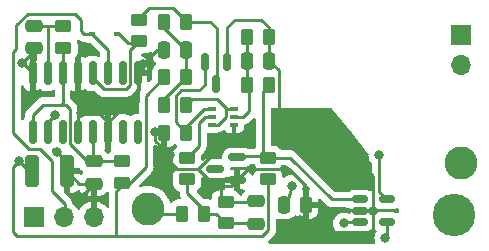
<source format=gbl>
G04 #@! TF.GenerationSoftware,KiCad,Pcbnew,5.99.0-unknown-50e22de3ba~95~ubuntu20.04.1*
G04 #@! TF.CreationDate,2021-01-23T19:03:27+09:00*
G04 #@! TF.ProjectId,OpenRover-4,4f70656e-526f-4766-9572-2d342e6b6963,rev?*
G04 #@! TF.SameCoordinates,Original*
G04 #@! TF.FileFunction,Copper,L2,Bot*
G04 #@! TF.FilePolarity,Positive*
%FSLAX46Y46*%
G04 Gerber Fmt 4.6, Leading zero omitted, Abs format (unit mm)*
G04 Created by KiCad (PCBNEW 5.99.0-unknown-50e22de3ba~95~ubuntu20.04.1) date 2021-01-23 19:03:27*
%MOMM*%
%LPD*%
G01*
G04 APERTURE LIST*
G04 Aperture macros list*
%AMRoundRect*
0 Rectangle with rounded corners*
0 $1 Rounding radius*
0 $2 $3 $4 $5 $6 $7 $8 $9 X,Y pos of 4 corners*
0 Add a 4 corners polygon primitive as box body*
4,1,4,$2,$3,$4,$5,$6,$7,$8,$9,$2,$3,0*
0 Add four circle primitives for the rounded corners*
1,1,$1+$1,$2,$3*
1,1,$1+$1,$4,$5*
1,1,$1+$1,$6,$7*
1,1,$1+$1,$8,$9*
0 Add four rect primitives between the rounded corners*
20,1,$1+$1,$2,$3,$4,$5,0*
20,1,$1+$1,$4,$5,$6,$7,0*
20,1,$1+$1,$6,$7,$8,$9,0*
20,1,$1+$1,$8,$9,$2,$3,0*%
G04 Aperture macros list end*
G04 #@! TA.AperFunction,ComponentPad*
%ADD10C,2.800000*%
G04 #@! TD*
G04 #@! TA.AperFunction,ComponentPad*
%ADD11C,3.600000*%
G04 #@! TD*
G04 #@! TA.AperFunction,ComponentPad*
%ADD12R,1.700000X1.700000*%
G04 #@! TD*
G04 #@! TA.AperFunction,ComponentPad*
%ADD13O,1.700000X1.700000*%
G04 #@! TD*
G04 #@! TA.AperFunction,SMDPad,CuDef*
%ADD14RoundRect,0.250000X-0.262500X-0.450000X0.262500X-0.450000X0.262500X0.450000X-0.262500X0.450000X0*%
G04 #@! TD*
G04 #@! TA.AperFunction,SMDPad,CuDef*
%ADD15RoundRect,0.250000X0.450000X-0.262500X0.450000X0.262500X-0.450000X0.262500X-0.450000X-0.262500X0*%
G04 #@! TD*
G04 #@! TA.AperFunction,SMDPad,CuDef*
%ADD16R,0.650000X0.400000*%
G04 #@! TD*
G04 #@! TA.AperFunction,SMDPad,CuDef*
%ADD17RoundRect,0.250000X-0.475000X0.250000X-0.475000X-0.250000X0.475000X-0.250000X0.475000X0.250000X0*%
G04 #@! TD*
G04 #@! TA.AperFunction,SMDPad,CuDef*
%ADD18RoundRect,0.250000X-0.250000X-0.475000X0.250000X-0.475000X0.250000X0.475000X-0.250000X0.475000X0*%
G04 #@! TD*
G04 #@! TA.AperFunction,SMDPad,CuDef*
%ADD19RoundRect,0.150000X-0.512500X-0.150000X0.512500X-0.150000X0.512500X0.150000X-0.512500X0.150000X0*%
G04 #@! TD*
G04 #@! TA.AperFunction,SMDPad,CuDef*
%ADD20RoundRect,0.250000X0.475000X-0.250000X0.475000X0.250000X-0.475000X0.250000X-0.475000X-0.250000X0*%
G04 #@! TD*
G04 #@! TA.AperFunction,SMDPad,CuDef*
%ADD21RoundRect,0.150000X-0.150000X0.587500X-0.150000X-0.587500X0.150000X-0.587500X0.150000X0.587500X0*%
G04 #@! TD*
G04 #@! TA.AperFunction,SMDPad,CuDef*
%ADD22RoundRect,0.250000X0.262500X0.450000X-0.262500X0.450000X-0.262500X-0.450000X0.262500X-0.450000X0*%
G04 #@! TD*
G04 #@! TA.AperFunction,SMDPad,CuDef*
%ADD23RoundRect,0.150000X-0.150000X0.825000X-0.150000X-0.825000X0.150000X-0.825000X0.150000X0.825000X0*%
G04 #@! TD*
G04 #@! TA.AperFunction,SMDPad,CuDef*
%ADD24R,0.600000X0.450000*%
G04 #@! TD*
G04 #@! TA.AperFunction,SMDPad,CuDef*
%ADD25RoundRect,0.250000X0.250000X0.475000X-0.250000X0.475000X-0.250000X-0.475000X0.250000X-0.475000X0*%
G04 #@! TD*
G04 #@! TA.AperFunction,SMDPad,CuDef*
%ADD26RoundRect,0.150000X0.587500X0.150000X-0.587500X0.150000X-0.587500X-0.150000X0.587500X-0.150000X0*%
G04 #@! TD*
G04 #@! TA.AperFunction,SMDPad,CuDef*
%ADD27RoundRect,0.250000X-0.325000X-1.100000X0.325000X-1.100000X0.325000X1.100000X-0.325000X1.100000X0*%
G04 #@! TD*
G04 #@! TA.AperFunction,SMDPad,CuDef*
%ADD28RoundRect,0.250000X-0.450000X0.262500X-0.450000X-0.262500X0.450000X-0.262500X0.450000X0.262500X0*%
G04 #@! TD*
G04 #@! TA.AperFunction,ViaPad*
%ADD29C,0.800000*%
G04 #@! TD*
G04 #@! TA.AperFunction,Conductor*
%ADD30C,0.250000*%
G04 #@! TD*
G04 APERTURE END LIST*
D10*
X164640000Y-70650000D03*
D11*
X164100000Y-75075000D03*
D10*
X138176000Y-74500000D03*
D12*
X128500000Y-75250000D03*
D13*
X131040000Y-75250000D03*
X133580000Y-75250000D03*
D12*
X164640000Y-59780000D03*
D13*
X164640000Y-62320000D03*
D14*
X141073500Y-74930000D03*
X142898500Y-74930000D03*
D15*
X135946000Y-72334000D03*
X135946000Y-70509000D03*
D16*
X145450000Y-66100000D03*
X145450000Y-66750000D03*
X145450000Y-67400000D03*
X143550000Y-67400000D03*
X143550000Y-66750000D03*
X143550000Y-66100000D03*
D14*
X139549500Y-65737500D03*
X141374500Y-65737500D03*
D17*
X133570000Y-70491500D03*
X133570000Y-72391500D03*
D18*
X146550000Y-62000000D03*
X148450000Y-62000000D03*
D15*
X131000000Y-60912500D03*
X131000000Y-59087500D03*
X144765000Y-75764000D03*
X144765000Y-73939000D03*
D19*
X156112500Y-75626000D03*
X156112500Y-74676000D03*
X156112500Y-73726000D03*
X158387500Y-73726000D03*
X158387500Y-75626000D03*
D20*
X147320000Y-75801500D03*
X147320000Y-73901500D03*
D15*
X148336000Y-72032500D03*
X148336000Y-70207500D03*
D21*
X143000000Y-62062500D03*
X144900000Y-62062500D03*
X143950000Y-63937500D03*
D22*
X141374500Y-63403000D03*
X139549500Y-63403000D03*
D18*
X149672000Y-74168000D03*
X151572000Y-74168000D03*
D22*
X148387500Y-64050000D03*
X146562500Y-64050000D03*
D15*
X137414000Y-60348500D03*
X137414000Y-58523500D03*
D14*
X139549500Y-58674000D03*
X141374500Y-58674000D03*
D23*
X128397000Y-63057000D03*
X129667000Y-63057000D03*
X130937000Y-63057000D03*
X132207000Y-63057000D03*
X133477000Y-63057000D03*
X134747000Y-63057000D03*
X136017000Y-63057000D03*
X137287000Y-63057000D03*
X137287000Y-68007000D03*
X136017000Y-68007000D03*
X134747000Y-68007000D03*
X133477000Y-68007000D03*
X132207000Y-68007000D03*
X130937000Y-68007000D03*
X129667000Y-68007000D03*
X128397000Y-68007000D03*
D24*
X135560000Y-59750000D03*
X133460000Y-59750000D03*
D14*
X146587500Y-60000000D03*
X148412500Y-60000000D03*
D25*
X141412000Y-61038500D03*
X139512000Y-61038500D03*
D26*
X145717500Y-70170000D03*
X145717500Y-72070000D03*
X143842500Y-71120000D03*
D22*
X141374500Y-68072000D03*
X139549500Y-68072000D03*
D27*
X128368000Y-71341500D03*
X131318000Y-71341500D03*
D28*
X141478000Y-70207500D03*
X141478000Y-72032500D03*
D17*
X128500000Y-59050000D03*
X128500000Y-60950000D03*
D29*
X150368000Y-72555800D03*
X132500000Y-66390200D03*
X127481000Y-62208000D03*
X138750000Y-68000000D03*
X157250000Y-74750000D03*
X130313000Y-66559400D03*
X140000000Y-70000000D03*
X153670000Y-67056000D03*
X149000000Y-67000000D03*
X137750000Y-62250000D03*
X151000000Y-75500000D03*
X130500000Y-69750000D03*
X144365000Y-72557800D03*
X132720000Y-73522100D03*
X137000000Y-65750000D03*
X127250000Y-70500000D03*
X158250000Y-77000000D03*
X154750000Y-75750000D03*
X157750000Y-70000000D03*
D30*
X149863000Y-74168000D02*
X149672000Y-74168000D01*
X150368000Y-72555800D02*
X149863000Y-74168000D01*
X129667000Y-63057000D02*
X129667000Y-59167000D01*
X129667000Y-59167000D02*
X129550000Y-59050000D01*
X131000000Y-59087500D02*
X130962500Y-59050000D01*
X130962500Y-59050000D02*
X128500000Y-59050000D01*
X136250000Y-65750000D02*
X137000000Y-65750000D01*
X142433000Y-71120000D02*
X140620000Y-71120000D01*
X145717500Y-72070400D02*
X145717500Y-72070000D01*
X139549500Y-68071500D02*
X139549500Y-68072000D01*
X130500000Y-69750000D02*
X131318000Y-70568000D01*
X157250000Y-76250000D02*
X157000000Y-76500000D01*
X138822000Y-68072000D02*
X139549500Y-68072000D01*
X145500000Y-58500000D02*
X147750000Y-58500000D01*
X138750000Y-68750000D02*
X138750000Y-68000000D01*
X137750000Y-62250000D02*
X138961500Y-61038500D01*
X153670000Y-68170000D02*
X154000000Y-68500000D01*
X133670000Y-75169500D02*
X133500500Y-75000000D01*
X152000000Y-76500000D02*
X151000000Y-75500000D01*
X134102600Y-66500000D02*
X134747000Y-67144400D01*
X138750000Y-68000000D02*
X138822000Y-68072000D01*
X128500000Y-61189000D02*
X127481000Y-62208000D01*
X137832000Y-62332000D02*
X137832000Y-62512100D01*
X134747000Y-67541800D02*
X134747000Y-68007000D01*
X130313000Y-66559400D02*
X129667000Y-67205500D01*
X132367700Y-66500000D02*
X134102600Y-66500000D01*
X145718000Y-72070000D02*
X146668000Y-71120000D01*
X153670000Y-67056000D02*
X153670000Y-68170000D01*
X137832000Y-62512100D02*
X137287000Y-63057000D01*
X131318000Y-70568000D02*
X131318000Y-71341500D01*
X144765000Y-73939000D02*
X147282000Y-73939000D01*
X144197000Y-72390000D02*
X143703000Y-72390000D01*
X148412500Y-59162500D02*
X148412500Y-60000000D01*
X157000000Y-76500000D02*
X152000000Y-76500000D01*
X140000000Y-70500000D02*
X140000000Y-70000000D01*
X148450000Y-60037500D02*
X148412500Y-60000000D01*
X145474000Y-72313900D02*
X145717500Y-72070400D01*
X147282000Y-73939000D02*
X147320000Y-73901500D01*
X153670000Y-68170000D02*
X157250000Y-71750000D01*
X145230000Y-72557800D02*
X145474000Y-72313900D01*
X137750000Y-62250000D02*
X137832000Y-62332000D01*
X143703000Y-72390000D02*
X142433000Y-71120000D01*
X139549500Y-61001000D02*
X139512000Y-61038500D01*
X156112500Y-74676000D02*
X157176000Y-74676000D01*
X151572000Y-72578000D02*
X151572000Y-74168000D01*
X157176000Y-74676000D02*
X157250000Y-74750000D01*
X132720000Y-73522100D02*
X132720000Y-73241500D01*
X127548000Y-62208000D02*
X128397000Y-63057000D01*
X148450000Y-62000000D02*
X149225020Y-62775020D01*
X149000000Y-67000000D02*
X153614000Y-67000000D01*
X151000000Y-75500000D02*
X151572000Y-74928000D01*
X132207000Y-66097200D02*
X132207000Y-63057000D01*
X144365000Y-72557800D02*
X144053000Y-72870000D01*
X149225020Y-62775020D02*
X149225020Y-66774980D01*
X127481000Y-62208000D02*
X127548000Y-62208000D01*
X132368000Y-72391500D02*
X131318000Y-71341500D01*
X147750000Y-58500000D02*
X148412500Y-59162500D01*
X128500000Y-60950000D02*
X128500000Y-61189000D01*
X133570000Y-72391500D02*
X132720000Y-72391500D01*
X144365000Y-72557800D02*
X144365000Y-73538900D01*
X140000000Y-70000000D02*
X138750000Y-68750000D01*
X134747000Y-68007000D02*
X134747000Y-67541800D01*
X146668000Y-71120000D02*
X150114000Y-71120000D01*
X129667000Y-67205500D02*
X129667000Y-68007000D01*
X139549500Y-68071500D02*
X139550000Y-68072000D01*
X144365000Y-72557800D02*
X144197000Y-72390000D01*
X137287000Y-65463000D02*
X137287000Y-63057000D01*
X144365000Y-73538900D02*
X144765000Y-73939000D01*
X145450000Y-67400000D02*
X145450000Y-68103000D01*
X145474000Y-72313900D02*
X145718000Y-72070000D01*
X132720000Y-72391500D02*
X132368000Y-72391500D01*
X151572000Y-74928000D02*
X151572000Y-74168000D01*
X149225020Y-66774980D02*
X149000000Y-67000000D01*
X140620000Y-71120000D02*
X140000000Y-70500000D01*
X132207000Y-66660700D02*
X132367700Y-66500000D01*
X138961500Y-61038500D02*
X139512000Y-61038500D01*
X132229500Y-66660700D02*
X132500000Y-66390200D01*
X132207000Y-66660700D02*
X132229500Y-66660700D01*
X134747000Y-67253000D02*
X136250000Y-65750000D01*
X157250000Y-76250000D02*
X157250000Y-74750000D01*
X132500000Y-66390200D02*
X132207000Y-66097200D01*
X137000000Y-65750000D02*
X137287000Y-65463000D01*
X132720000Y-73241500D02*
X133570000Y-72391500D01*
X153614000Y-67000000D02*
X153670000Y-67056000D01*
X132207000Y-66660700D02*
X132207000Y-68007000D01*
X157250000Y-71750000D02*
X157250000Y-74750000D01*
X144802000Y-73901500D02*
X144765000Y-73939000D01*
X134747000Y-67541800D02*
X134747000Y-67253000D01*
X144365000Y-72557800D02*
X145230000Y-72557800D01*
X139492000Y-68014000D02*
X139549500Y-68071500D01*
X145450000Y-68103000D02*
X142433000Y-71120000D01*
X133500500Y-75000000D02*
X133000000Y-75000000D01*
X150114000Y-71120000D02*
X151572000Y-72578000D01*
X134747000Y-67144400D02*
X134747000Y-67541800D01*
X144900000Y-62062500D02*
X144900000Y-59100000D01*
X148450000Y-62000000D02*
X148450000Y-60037500D01*
X144900000Y-59100000D02*
X145500000Y-58500000D01*
X135928500Y-70491500D02*
X135946000Y-70509000D01*
X128397000Y-68007000D02*
X128397000Y-66603000D01*
X133477000Y-68007000D02*
X133477000Y-70398500D01*
X132998000Y-70491500D02*
X133570000Y-70491500D01*
X130502000Y-65711400D02*
X131211400Y-65711400D01*
X130937000Y-63057000D02*
X130937000Y-62563000D01*
X130788600Y-65711400D02*
X130502000Y-65711400D01*
X131000000Y-62994000D02*
X130937000Y-63057000D01*
X130937000Y-65563000D02*
X130788600Y-65711400D01*
X131000000Y-60912500D02*
X131000000Y-62994000D01*
X131211400Y-65711400D02*
X131572000Y-66072000D01*
X133477000Y-70398500D02*
X133570000Y-70491500D01*
X130937000Y-63057000D02*
X130937000Y-65563000D01*
X133570000Y-70491500D02*
X135928500Y-70491500D01*
X131572000Y-66072000D02*
X131572000Y-69065900D01*
X128397000Y-66603000D02*
X129288600Y-65711400D01*
X131572000Y-69065900D02*
X132998000Y-70491500D01*
X129288600Y-65711400D02*
X130502000Y-65711400D01*
X148370000Y-72066500D02*
X148370000Y-76344600D01*
X136500000Y-72500000D02*
X136112000Y-72500000D01*
X128091500Y-71341500D02*
X128368000Y-71341500D01*
X127115852Y-76865852D02*
X135634148Y-76865852D01*
X139549500Y-63403000D02*
X139597000Y-63403000D01*
X139512000Y-63365500D02*
X139549500Y-63403000D01*
X139550000Y-63403000D02*
X139549700Y-63403200D01*
X135946000Y-72554000D02*
X135500000Y-73000000D01*
X127115852Y-76865852D02*
X130459552Y-76865852D01*
X135500000Y-76731704D02*
X135634148Y-76865852D01*
X148336000Y-72032500D02*
X148370000Y-72066500D01*
X148370000Y-76344600D02*
X147848748Y-76865852D01*
X135946000Y-72334000D02*
X135946000Y-72554000D01*
X128368000Y-71341500D02*
X128590000Y-71563500D01*
X138000000Y-64952500D02*
X138000000Y-71000000D01*
X126750000Y-71000000D02*
X126750000Y-76500000D01*
X139549500Y-63403000D02*
X139549700Y-63403200D01*
X138000000Y-71000000D02*
X136500000Y-72500000D01*
X127250000Y-70500000D02*
X128091500Y-71341500D01*
X147848748Y-76865852D02*
X135634148Y-76865852D01*
X126750000Y-76500000D02*
X127115852Y-76865852D01*
X148409000Y-72105800D02*
X148336000Y-72032500D01*
X135500000Y-73000000D02*
X135500000Y-76731704D01*
X138000000Y-64952500D02*
X139549500Y-63403000D01*
X128368000Y-71341500D02*
X128368000Y-71215900D01*
X135412000Y-72334000D02*
X135946000Y-72334000D01*
X136112000Y-72500000D02*
X135946000Y-72334000D01*
X127250000Y-70500000D02*
X126750000Y-71000000D01*
X137414000Y-58336000D02*
X138250000Y-57500000D01*
X137414000Y-58523500D02*
X137414000Y-58336000D01*
X137414000Y-58523500D02*
X137564000Y-58674000D01*
X143950000Y-63937500D02*
X144000000Y-63887500D01*
X144000000Y-63887500D02*
X144000000Y-59250000D01*
X138250000Y-57500000D02*
X140250000Y-57500000D01*
X141374500Y-58624500D02*
X141374500Y-58674000D01*
X144000000Y-59250000D02*
X143424000Y-58674000D01*
X141374500Y-58674000D02*
X141374000Y-58674000D01*
X143424000Y-58674000D02*
X141374500Y-58674000D01*
X140250000Y-57500000D02*
X141374500Y-58624500D01*
X141752500Y-68450000D02*
X141374500Y-68072000D01*
X142900000Y-66100000D02*
X143550000Y-66100000D01*
X141000000Y-64500000D02*
X142500000Y-64500000D01*
X142500000Y-64500000D02*
X143000000Y-64000000D01*
X141374000Y-68072000D02*
X141374000Y-67921500D01*
X141374000Y-68072000D02*
X141374500Y-68072000D01*
X143000000Y-64000000D02*
X143000000Y-62062500D01*
X143550000Y-66100000D02*
X143550000Y-66050000D01*
X140500000Y-67197500D02*
X140500000Y-65000000D01*
X140500000Y-65000000D02*
X141000000Y-64500000D01*
X141374500Y-68072000D02*
X140500000Y-67197500D01*
X141374500Y-67625500D02*
X142900000Y-66100000D01*
X141374500Y-68072000D02*
X141478000Y-68072000D01*
X141374500Y-68072000D02*
X141374500Y-67625500D01*
X141374500Y-65737500D02*
X141737500Y-65737500D01*
X144100000Y-67400000D02*
X144750000Y-66750000D01*
X143550000Y-67400000D02*
X144100000Y-67400000D01*
X144050000Y-65250000D02*
X141862000Y-65250000D01*
X141374500Y-65737500D02*
X141374000Y-65737500D01*
X144750000Y-66750000D02*
X144750000Y-66250000D01*
X144900000Y-66100000D02*
X144050000Y-65250000D01*
X144900000Y-66100000D02*
X145450000Y-66100000D01*
X144750000Y-66250000D02*
X144900000Y-66100000D01*
X141862000Y-65250000D02*
X141374500Y-65737500D01*
X158387500Y-76862500D02*
X158387500Y-75626000D01*
X158250000Y-77000000D02*
X158387500Y-76862500D01*
X143550000Y-66750000D02*
X143000000Y-66750000D01*
X142500000Y-67250000D02*
X142500000Y-69185500D01*
X142500000Y-69185500D02*
X141478000Y-70207500D01*
X143000000Y-66750000D02*
X142500000Y-67250000D01*
X142500000Y-69185500D02*
X141967750Y-69717750D01*
X150207500Y-70207500D02*
X148336000Y-70207500D01*
X148184000Y-70055500D02*
X148336000Y-70207500D01*
X147912500Y-64525000D02*
X148387500Y-64050000D01*
X148336000Y-70207500D02*
X147912500Y-69784000D01*
X145717500Y-70170000D02*
X145718000Y-70170000D01*
X147305500Y-70055500D02*
X148184000Y-70055500D01*
X145946000Y-70055500D02*
X147305500Y-70055500D01*
X145832000Y-70055500D02*
X145946000Y-70055500D01*
X153726000Y-73726000D02*
X150207500Y-70207500D01*
X147912500Y-69784000D02*
X147912500Y-64525000D01*
X156112500Y-73726000D02*
X153726000Y-73726000D01*
X145718000Y-70170000D02*
X145832000Y-70055500D01*
X135510000Y-59750000D02*
X135750000Y-59750000D01*
X136652000Y-61110500D02*
X136652000Y-64073000D01*
X135750000Y-59750000D02*
X136500000Y-60500000D01*
X137262500Y-60500000D02*
X137414000Y-60348500D01*
X133477000Y-63446700D02*
X133477000Y-63057000D01*
X134442000Y-64411900D02*
X133477000Y-63446700D01*
X137414000Y-60348500D02*
X136652000Y-61110500D01*
X136313000Y-64411900D02*
X134442000Y-64411900D01*
X136500000Y-60500000D02*
X137262500Y-60500000D01*
X136652000Y-64073000D02*
X136313000Y-64411900D01*
X129000000Y-69500000D02*
X130000000Y-70500000D01*
X132500000Y-59500000D02*
X132750000Y-59750000D01*
X126755989Y-68143989D02*
X128112000Y-69500000D01*
X132500000Y-58500000D02*
X132000000Y-58000000D01*
X132000000Y-58000000D02*
X128000000Y-58000000D01*
X132500000Y-59500000D02*
X132500000Y-58500000D01*
X127000000Y-59000000D02*
X127000000Y-61000000D01*
X132750000Y-59750000D02*
X133460000Y-59750000D01*
X131130000Y-74130000D02*
X131130000Y-75169500D01*
X126755989Y-61244011D02*
X126755989Y-68143989D01*
X130000000Y-70500000D02*
X130000000Y-73000000D01*
X127000000Y-61000000D02*
X126755989Y-61244011D01*
X134747000Y-61037000D02*
X133460000Y-59750000D01*
X128000000Y-58000000D02*
X127000000Y-59000000D01*
X128112000Y-69500000D02*
X129000000Y-69500000D01*
X130000000Y-73000000D02*
X131130000Y-74130000D01*
X134747000Y-63057000D02*
X134747000Y-61037000D01*
X138606000Y-74930000D02*
X138176000Y-74500000D01*
X138606000Y-74851500D02*
X138430000Y-74676000D01*
X141152000Y-74851500D02*
X141073500Y-74930000D01*
X141328000Y-74851500D02*
X141152000Y-74851500D01*
X141073500Y-74930000D02*
X138606000Y-74930000D01*
X164338000Y-69850000D02*
X164700000Y-70212000D01*
X164700000Y-70212000D02*
X164700000Y-70530000D01*
X146587500Y-61962500D02*
X146550000Y-62000000D01*
X146412500Y-64250000D02*
X146500000Y-64250000D01*
X146250000Y-66750000D02*
X146750000Y-66250000D01*
X146750000Y-64237500D02*
X146562500Y-64050000D01*
X146750000Y-66250000D02*
X146750000Y-64237500D01*
X146550000Y-62000000D02*
X146550000Y-64037500D01*
X146550000Y-64037500D02*
X146562500Y-64050000D01*
X146587500Y-60000000D02*
X146587500Y-61962500D01*
X145450000Y-66750000D02*
X146250000Y-66750000D01*
X154874000Y-75626000D02*
X154750000Y-75750000D01*
X156112500Y-75626000D02*
X154874000Y-75626000D01*
X139549500Y-58674000D02*
X139550000Y-58674000D01*
X141412000Y-61038500D02*
X141412000Y-63365500D01*
X141412000Y-63365500D02*
X141374300Y-63402800D01*
X139549500Y-65228000D02*
X141374500Y-63403000D01*
X141412000Y-63365500D02*
X141374500Y-63403000D01*
X139550000Y-65737500D02*
X139549700Y-65737700D01*
X141374300Y-63402800D02*
X141374000Y-63403000D01*
X141450500Y-61000000D02*
X141412000Y-61038500D01*
X141412000Y-61038500D02*
X141374000Y-61001000D01*
X139549500Y-65737500D02*
X139549700Y-65737700D01*
X139549500Y-58674000D02*
X139549500Y-58200500D01*
X141374500Y-63403000D02*
X141374300Y-63402800D01*
X139549500Y-58674000D02*
X139549500Y-59176000D01*
X141412000Y-61588000D02*
X141412000Y-61038500D01*
X139549500Y-65737500D02*
X139549500Y-65228000D01*
X139549500Y-59176000D02*
X141412000Y-61038500D01*
X157750000Y-73088500D02*
X158387500Y-73726000D01*
X157750000Y-70000000D02*
X157750000Y-73088500D01*
X142898500Y-74597500D02*
X142898500Y-74930000D01*
X142898500Y-74930000D02*
X143931000Y-74930000D01*
X141478000Y-72032500D02*
X141478000Y-73177000D01*
X144765000Y-75764000D02*
X147282000Y-75764000D01*
X141478000Y-73177000D02*
X142898500Y-74597500D01*
X143931000Y-74930000D02*
X144765000Y-75764000D01*
X147282000Y-75764000D02*
X147320000Y-75801500D01*
X144802000Y-75801500D02*
X144765000Y-75764000D01*
G04 #@! TA.AperFunction,Conductor*
G36*
X151471668Y-72370328D02*
G01*
X151488648Y-72384552D01*
X151845596Y-72741500D01*
X151879620Y-72803811D01*
X151874555Y-72874627D01*
X151851724Y-72913106D01*
X151827671Y-72940865D01*
X151826000Y-72948548D01*
X151826000Y-73895885D01*
X151830475Y-73911124D01*
X151831865Y-73912329D01*
X151839548Y-73914000D01*
X152561885Y-73914000D01*
X152577124Y-73909525D01*
X152578329Y-73908135D01*
X152580000Y-73900452D01*
X152580000Y-73780095D01*
X152600002Y-73711974D01*
X152653658Y-73665481D01*
X152723932Y-73655377D01*
X152788512Y-73684871D01*
X152795095Y-73691000D01*
X153222618Y-74118523D01*
X153229969Y-74126601D01*
X153234027Y-74132995D01*
X153239806Y-74138422D01*
X153239807Y-74138423D01*
X153282862Y-74178854D01*
X153285704Y-74181609D01*
X153306033Y-74201938D01*
X153309453Y-74204590D01*
X153318476Y-74212297D01*
X153350699Y-74242557D01*
X153357643Y-74246374D01*
X153357648Y-74246378D01*
X153368450Y-74252316D01*
X153384977Y-74263172D01*
X153400977Y-74275583D01*
X153408248Y-74278730D01*
X153408249Y-74278730D01*
X153441551Y-74293141D01*
X153452207Y-74298362D01*
X153490952Y-74319662D01*
X153498635Y-74321634D01*
X153498636Y-74321635D01*
X153510568Y-74324699D01*
X153529272Y-74331103D01*
X153540585Y-74335999D01*
X153540592Y-74336001D01*
X153547864Y-74339148D01*
X153555688Y-74340387D01*
X153555691Y-74340388D01*
X153591535Y-74346065D01*
X153603156Y-74348472D01*
X153640218Y-74357987D01*
X153645975Y-74359465D01*
X153646531Y-74359500D01*
X153666452Y-74359500D01*
X153686162Y-74361051D01*
X153698114Y-74362944D01*
X153698115Y-74362944D01*
X153705944Y-74364184D01*
X153713836Y-74363438D01*
X153749582Y-74360059D01*
X153761440Y-74359500D01*
X154846307Y-74359500D01*
X154914428Y-74379502D01*
X154945202Y-74407424D01*
X154952312Y-74416430D01*
X154969793Y-74422000D01*
X155187333Y-74422000D01*
X155243489Y-74438316D01*
X155244479Y-74436212D01*
X155394967Y-74507026D01*
X155402750Y-74508511D01*
X155402754Y-74508512D01*
X155533148Y-74533386D01*
X155533151Y-74533386D01*
X155538989Y-74534500D01*
X156664579Y-74534500D01*
X156723693Y-74527032D01*
X156782141Y-74519649D01*
X156782144Y-74519648D01*
X156790006Y-74518655D01*
X156797372Y-74515738D01*
X156797374Y-74515738D01*
X156937275Y-74460347D01*
X156937277Y-74460346D01*
X156944644Y-74457429D01*
X156960288Y-74446063D01*
X157034348Y-74422000D01*
X157256747Y-74422000D01*
X157271986Y-74417525D01*
X157285242Y-74402227D01*
X157344968Y-74363843D01*
X157415965Y-74363843D01*
X157460782Y-74387654D01*
X157505776Y-74424876D01*
X157519479Y-74436212D01*
X157526652Y-74439587D01*
X157526653Y-74439588D01*
X157544054Y-74447776D01*
X157669967Y-74507026D01*
X157677750Y-74508511D01*
X157677754Y-74508512D01*
X157808148Y-74533386D01*
X157808151Y-74533386D01*
X157813989Y-74534500D01*
X158939579Y-74534500D01*
X158998693Y-74527032D01*
X159057141Y-74519649D01*
X159057144Y-74519648D01*
X159065006Y-74518655D01*
X159072372Y-74515738D01*
X159072374Y-74515738D01*
X159156014Y-74482622D01*
X159219644Y-74457429D01*
X159224882Y-74453624D01*
X159293581Y-74438474D01*
X159360172Y-74463095D01*
X159402880Y-74519809D01*
X159410951Y-74564035D01*
X159410981Y-74591045D01*
X159411205Y-74790363D01*
X159391279Y-74858506D01*
X159337676Y-74905059D01*
X159267413Y-74915242D01*
X159231560Y-74904513D01*
X159105033Y-74844974D01*
X159097250Y-74843489D01*
X159097246Y-74843488D01*
X158966852Y-74818614D01*
X158966849Y-74818614D01*
X158961011Y-74817500D01*
X157835421Y-74817500D01*
X157776307Y-74824968D01*
X157717859Y-74832351D01*
X157717856Y-74832352D01*
X157709994Y-74833345D01*
X157702628Y-74836262D01*
X157702626Y-74836262D01*
X157562725Y-74891653D01*
X157562723Y-74891654D01*
X157555356Y-74894571D01*
X157548945Y-74899229D01*
X157548943Y-74899230D01*
X157526153Y-74915788D01*
X157453094Y-74968868D01*
X157386227Y-74992727D01*
X157317076Y-74976646D01*
X157280139Y-74945008D01*
X157272688Y-74935570D01*
X157255207Y-74930000D01*
X157037667Y-74930000D01*
X156981511Y-74913684D01*
X156980521Y-74915788D01*
X156830033Y-74844974D01*
X156822250Y-74843489D01*
X156822246Y-74843488D01*
X156691852Y-74818614D01*
X156691849Y-74818614D01*
X156686011Y-74817500D01*
X155560421Y-74817500D01*
X155501307Y-74824968D01*
X155442859Y-74832351D01*
X155442856Y-74832352D01*
X155434994Y-74833345D01*
X155427628Y-74836262D01*
X155427626Y-74836262D01*
X155287725Y-74891653D01*
X155287723Y-74891654D01*
X155280356Y-74894571D01*
X155264712Y-74905937D01*
X155190652Y-74930000D01*
X155168654Y-74930000D01*
X155117405Y-74919107D01*
X155038318Y-74883895D01*
X155038317Y-74883895D01*
X155032287Y-74881210D01*
X154938887Y-74861357D01*
X154851944Y-74842876D01*
X154851939Y-74842876D01*
X154845487Y-74841504D01*
X154654513Y-74841504D01*
X154648061Y-74842876D01*
X154648056Y-74842876D01*
X154561113Y-74861357D01*
X154467713Y-74881210D01*
X154461683Y-74883895D01*
X154461682Y-74883895D01*
X154299280Y-74956201D01*
X154299278Y-74956202D01*
X154293250Y-74958886D01*
X154287909Y-74962766D01*
X154287908Y-74962767D01*
X154144093Y-75067254D01*
X154144091Y-75067256D01*
X154138749Y-75071137D01*
X154134328Y-75076047D01*
X154134327Y-75076048D01*
X154062018Y-75156356D01*
X154010963Y-75213058D01*
X153974522Y-75276176D01*
X153923915Y-75363830D01*
X153915476Y-75378446D01*
X153856462Y-75560073D01*
X153855772Y-75566636D01*
X153855772Y-75566637D01*
X153848360Y-75637158D01*
X153836500Y-75750000D01*
X153837190Y-75756565D01*
X153851690Y-75894520D01*
X153856462Y-75939927D01*
X153915476Y-76121554D01*
X153918779Y-76127276D01*
X153918780Y-76127277D01*
X153921230Y-76131521D01*
X154010963Y-76286942D01*
X154015381Y-76291849D01*
X154015382Y-76291850D01*
X154116500Y-76404153D01*
X154138749Y-76428863D01*
X154144091Y-76432744D01*
X154144093Y-76432746D01*
X154277976Y-76530017D01*
X154293250Y-76541114D01*
X154299278Y-76543798D01*
X154299280Y-76543799D01*
X154461682Y-76616105D01*
X154467713Y-76618790D01*
X154542709Y-76634731D01*
X154648056Y-76657124D01*
X154648061Y-76657124D01*
X154654513Y-76658496D01*
X154845487Y-76658496D01*
X154851939Y-76657124D01*
X154851944Y-76657124D01*
X154957291Y-76634731D01*
X155032287Y-76618790D01*
X155038318Y-76616105D01*
X155200720Y-76543799D01*
X155200722Y-76543798D01*
X155206750Y-76541114D01*
X155347957Y-76438522D01*
X155414824Y-76414663D01*
X155445627Y-76416690D01*
X155533148Y-76433386D01*
X155533151Y-76433386D01*
X155538989Y-76434500D01*
X156664579Y-76434500D01*
X156723693Y-76427032D01*
X156782141Y-76419649D01*
X156782144Y-76419648D01*
X156790006Y-76418655D01*
X156797372Y-76415738D01*
X156797374Y-76415738D01*
X156937275Y-76360347D01*
X156937277Y-76360346D01*
X156944644Y-76357429D01*
X156951305Y-76352590D01*
X157072783Y-76264331D01*
X157079197Y-76259671D01*
X157153240Y-76170168D01*
X157212073Y-76130431D01*
X157283051Y-76128808D01*
X157343638Y-76165817D01*
X157352260Y-76176423D01*
X157391329Y-76230197D01*
X157481237Y-76304575D01*
X157520974Y-76363408D01*
X157522595Y-76434386D01*
X157510040Y-76464657D01*
X157481029Y-76514905D01*
X157422564Y-76616170D01*
X157415476Y-76628446D01*
X157356462Y-76810073D01*
X157336500Y-77000000D01*
X157356462Y-77189927D01*
X157358502Y-77196205D01*
X157358502Y-77196206D01*
X157391831Y-77298782D01*
X157393858Y-77369750D01*
X157357196Y-77430547D01*
X157293484Y-77461873D01*
X157272031Y-77463718D01*
X149416540Y-77465388D01*
X148449127Y-77465594D01*
X148381002Y-77445606D01*
X148334498Y-77391961D01*
X148324379Y-77321689D01*
X148353858Y-77257102D01*
X148360005Y-77250499D01*
X148762513Y-76847991D01*
X148770601Y-76840631D01*
X148776995Y-76836573D01*
X148822870Y-76787721D01*
X148825624Y-76784880D01*
X148845938Y-76764566D01*
X148848583Y-76761155D01*
X148856289Y-76752133D01*
X148881133Y-76725677D01*
X148886557Y-76719901D01*
X148890376Y-76712955D01*
X148896318Y-76702147D01*
X148907172Y-76685623D01*
X148914725Y-76675886D01*
X148914725Y-76675885D01*
X148919583Y-76669623D01*
X148937142Y-76629047D01*
X148942363Y-76618390D01*
X148963662Y-76579648D01*
X148965635Y-76571964D01*
X148968699Y-76560032D01*
X148975103Y-76541328D01*
X148979998Y-76530017D01*
X148980000Y-76530010D01*
X148983148Y-76522736D01*
X148990065Y-76479062D01*
X148992473Y-76467437D01*
X149001987Y-76430382D01*
X149001987Y-76430380D01*
X149003465Y-76424625D01*
X149003500Y-76424069D01*
X149003500Y-76404153D01*
X149005051Y-76384443D01*
X149006945Y-76372484D01*
X149008185Y-76364655D01*
X149004059Y-76321006D01*
X149003500Y-76309149D01*
X149003500Y-75478444D01*
X149023502Y-75410323D01*
X149077158Y-75363830D01*
X149147432Y-75353726D01*
X149166014Y-75357852D01*
X149259025Y-75386022D01*
X149280608Y-75392559D01*
X149280609Y-75392559D01*
X149286796Y-75394433D01*
X149293236Y-75395008D01*
X149293237Y-75395008D01*
X149363185Y-75401251D01*
X149363191Y-75401251D01*
X149365978Y-75401500D01*
X149964886Y-75401500D01*
X150060106Y-75390398D01*
X150090371Y-75386870D01*
X150090372Y-75386870D01*
X150097643Y-75386022D01*
X150104521Y-75383526D01*
X150104523Y-75383525D01*
X150256985Y-75328184D01*
X150263864Y-75325687D01*
X150379306Y-75250000D01*
X150405628Y-75232743D01*
X150405629Y-75232742D01*
X150411747Y-75228731D01*
X150416778Y-75223420D01*
X150416783Y-75223416D01*
X150531550Y-75102264D01*
X150592919Y-75066565D01*
X150663846Y-75069712D01*
X150721811Y-75110706D01*
X150728394Y-75119829D01*
X150732641Y-75126307D01*
X150741965Y-75137458D01*
X150859629Y-75248922D01*
X150871276Y-75257635D01*
X151011429Y-75339043D01*
X151024754Y-75344837D01*
X151180700Y-75392068D01*
X151193323Y-75394516D01*
X151263184Y-75400751D01*
X151268779Y-75401000D01*
X151299885Y-75401000D01*
X151315124Y-75396525D01*
X151316329Y-75395135D01*
X151318000Y-75387452D01*
X151318000Y-74435548D01*
X151826000Y-74435548D01*
X151826000Y-75382885D01*
X151830475Y-75398124D01*
X151831865Y-75399329D01*
X151839548Y-75401000D01*
X151861223Y-75401000D01*
X151868524Y-75400576D01*
X151990255Y-75386383D01*
X152004410Y-75383037D01*
X152156761Y-75327737D01*
X152169760Y-75321227D01*
X152305306Y-75232359D01*
X152316458Y-75223035D01*
X152427922Y-75105371D01*
X152436635Y-75093724D01*
X152518043Y-74953571D01*
X152523837Y-74940246D01*
X152571068Y-74784300D01*
X152573516Y-74771677D01*
X152579751Y-74701816D01*
X152580000Y-74696221D01*
X152580000Y-74440115D01*
X152575525Y-74424876D01*
X152574135Y-74423671D01*
X152566452Y-74422000D01*
X151844115Y-74422000D01*
X151828876Y-74426475D01*
X151827671Y-74427865D01*
X151826000Y-74435548D01*
X151318000Y-74435548D01*
X151318000Y-72953115D01*
X151313525Y-72937876D01*
X151287830Y-72915611D01*
X151289202Y-72914027D01*
X151280781Y-72909438D01*
X151246704Y-72847155D01*
X151249969Y-72781333D01*
X151259498Y-72752006D01*
X151259498Y-72752005D01*
X151261538Y-72745727D01*
X151275503Y-72612863D01*
X151280810Y-72562365D01*
X151281500Y-72555800D01*
X151279002Y-72532034D01*
X151274251Y-72486825D01*
X151287024Y-72416986D01*
X151335526Y-72365140D01*
X151404359Y-72347746D01*
X151471668Y-72370328D01*
G37*
G04 #@! TD.AperFunction*
G04 #@! TA.AperFunction,Conductor*
G36*
X132415089Y-71107502D02*
G01*
X132452340Y-71144416D01*
X132505254Y-71225124D01*
X132505257Y-71225127D01*
X132509269Y-71231247D01*
X132514580Y-71236278D01*
X132514584Y-71236283D01*
X132635736Y-71351050D01*
X132671435Y-71412419D01*
X132668288Y-71483346D01*
X132627294Y-71541311D01*
X132618171Y-71547894D01*
X132611693Y-71552141D01*
X132600542Y-71561465D01*
X132572260Y-71591320D01*
X132510891Y-71627018D01*
X132439964Y-71623870D01*
X132398275Y-71599892D01*
X132395135Y-71597171D01*
X132387452Y-71595500D01*
X131590115Y-71595500D01*
X131574876Y-71599975D01*
X131573671Y-71601365D01*
X131572000Y-71609048D01*
X131572000Y-73181385D01*
X131576475Y-73196624D01*
X131577865Y-73197829D01*
X131585548Y-73199500D01*
X131682223Y-73199500D01*
X131689524Y-73199076D01*
X131811255Y-73184883D01*
X131825410Y-73181537D01*
X131977761Y-73126237D01*
X131990760Y-73119727D01*
X132126306Y-73030859D01*
X132137458Y-73021535D01*
X132207117Y-72948002D01*
X132268487Y-72912304D01*
X132339413Y-72915452D01*
X132397379Y-72956446D01*
X132411254Y-72978239D01*
X132416773Y-72989261D01*
X132505641Y-73124806D01*
X132514965Y-73135958D01*
X132632629Y-73247422D01*
X132644276Y-73256135D01*
X132784429Y-73337543D01*
X132797754Y-73343337D01*
X132953700Y-73390568D01*
X132966323Y-73393016D01*
X133036184Y-73399251D01*
X133041779Y-73399500D01*
X133297885Y-73399500D01*
X133313124Y-73395025D01*
X133314329Y-73393635D01*
X133316000Y-73385952D01*
X133316000Y-72263500D01*
X133336002Y-72195379D01*
X133389658Y-72148886D01*
X133442000Y-72137500D01*
X133698000Y-72137500D01*
X133766121Y-72157502D01*
X133812614Y-72211158D01*
X133824000Y-72263500D01*
X133824000Y-73381385D01*
X133828475Y-73396624D01*
X133829865Y-73397829D01*
X133837548Y-73399500D01*
X134084223Y-73399500D01*
X134091524Y-73399076D01*
X134213255Y-73384883D01*
X134227410Y-73381537D01*
X134379761Y-73326237D01*
X134392760Y-73319727D01*
X134528306Y-73230859D01*
X134539458Y-73221535D01*
X134649027Y-73105872D01*
X134710397Y-73070174D01*
X134781323Y-73073322D01*
X134839289Y-73114315D01*
X134865890Y-73180140D01*
X134866500Y-73192525D01*
X134866500Y-74317788D01*
X134846498Y-74385909D01*
X134792842Y-74432402D01*
X134722568Y-74442506D01*
X134657988Y-74413012D01*
X134642302Y-74396738D01*
X134638559Y-74392082D01*
X134486830Y-74233030D01*
X134478873Y-74225990D01*
X134302523Y-74094782D01*
X134293486Y-74089178D01*
X134097550Y-73989559D01*
X134087699Y-73985559D01*
X133877778Y-73920378D01*
X133867396Y-73918095D01*
X133851959Y-73916049D01*
X133837792Y-73918246D01*
X133834000Y-73931430D01*
X133834000Y-75378000D01*
X133813998Y-75446121D01*
X133760342Y-75492614D01*
X133708000Y-75504000D01*
X133452000Y-75504000D01*
X133383879Y-75483998D01*
X133337386Y-75430342D01*
X133326000Y-75378000D01*
X133326000Y-73933717D01*
X133322027Y-73920186D01*
X133311420Y-73918661D01*
X133193554Y-73943391D01*
X133183358Y-73946451D01*
X132978932Y-74027182D01*
X132969396Y-74031916D01*
X132781486Y-74145942D01*
X132772896Y-74152206D01*
X132606884Y-74296264D01*
X132599464Y-74303895D01*
X132460100Y-74473860D01*
X132454079Y-74482622D01*
X132420427Y-74541739D01*
X132369344Y-74591045D01*
X132299714Y-74604906D01*
X132233643Y-74578922D01*
X132206405Y-74549773D01*
X132157886Y-74477705D01*
X132102627Y-74395626D01*
X132093358Y-74385909D01*
X132008099Y-74296535D01*
X131943482Y-74228799D01*
X131821627Y-74138136D01*
X131811469Y-74130578D01*
X131768756Y-74073867D01*
X131763172Y-74045705D01*
X131762128Y-74045870D01*
X131760888Y-74038042D01*
X131760639Y-74030117D01*
X131754988Y-74010666D01*
X131750978Y-73991304D01*
X131749433Y-73979073D01*
X131748440Y-73971212D01*
X131732166Y-73930108D01*
X131728321Y-73918878D01*
X131718198Y-73884034D01*
X131718197Y-73884032D01*
X131715986Y-73876421D01*
X131705677Y-73858989D01*
X131696980Y-73841236D01*
X131692442Y-73829775D01*
X131689522Y-73822400D01*
X131663531Y-73786626D01*
X131657016Y-73776707D01*
X131637529Y-73743758D01*
X131637527Y-73743755D01*
X131634513Y-73738659D01*
X131634145Y-73738241D01*
X131620062Y-73724158D01*
X131607228Y-73709133D01*
X131595446Y-73692917D01*
X131561664Y-73664970D01*
X131552885Y-73656981D01*
X131100905Y-73205001D01*
X131066879Y-73142689D01*
X131064000Y-73115906D01*
X131064000Y-71213500D01*
X131084002Y-71145379D01*
X131137658Y-71098886D01*
X131190000Y-71087500D01*
X132346968Y-71087500D01*
X132415089Y-71107502D01*
G37*
G04 #@! TD.AperFunction*
G04 #@! TA.AperFunction,Conductor*
G36*
X139745621Y-67838002D02*
G01*
X139792114Y-67891658D01*
X139803500Y-67944000D01*
X139803500Y-69261885D01*
X139807975Y-69277124D01*
X139809365Y-69278329D01*
X139817048Y-69280000D01*
X139851223Y-69280000D01*
X139858524Y-69279576D01*
X139980255Y-69265383D01*
X139994410Y-69262037D01*
X140146761Y-69206737D01*
X140159760Y-69200227D01*
X140295306Y-69111359D01*
X140306458Y-69102035D01*
X140368845Y-69036178D01*
X140430214Y-69000480D01*
X140501141Y-69003628D01*
X140546971Y-69031358D01*
X140632357Y-69112245D01*
X140668055Y-69173614D01*
X140664907Y-69244541D01*
X140623914Y-69302507D01*
X140614789Y-69309090D01*
X140569663Y-69338676D01*
X140538253Y-69359269D01*
X140416642Y-69487645D01*
X140327825Y-69640555D01*
X140276567Y-69809796D01*
X140275992Y-69816236D01*
X140275992Y-69816237D01*
X140275075Y-69826518D01*
X140269500Y-69888978D01*
X140269500Y-70512886D01*
X140284978Y-70645643D01*
X140287474Y-70652521D01*
X140287475Y-70652523D01*
X140318355Y-70737596D01*
X140345313Y-70811864D01*
X140442269Y-70959747D01*
X140447581Y-70964779D01*
X140513480Y-71027206D01*
X140549178Y-71088576D01*
X140546030Y-71159502D01*
X140518300Y-71205332D01*
X140416642Y-71312645D01*
X140327825Y-71465555D01*
X140276567Y-71634796D01*
X140275992Y-71641236D01*
X140275992Y-71641237D01*
X140270482Y-71702978D01*
X140269500Y-71713978D01*
X140269500Y-72337886D01*
X140284978Y-72470643D01*
X140287474Y-72477521D01*
X140287475Y-72477523D01*
X140293043Y-72492863D01*
X140345313Y-72636864D01*
X140442269Y-72784747D01*
X140570645Y-72906358D01*
X140723555Y-72995175D01*
X140753042Y-73004106D01*
X140812437Y-73042993D01*
X140841381Y-73107822D01*
X140842454Y-73120737D01*
X140844438Y-73183865D01*
X140844500Y-73187823D01*
X140844500Y-73216578D01*
X140844996Y-73220503D01*
X140844996Y-73220504D01*
X140845039Y-73220843D01*
X140845972Y-73232687D01*
X140847361Y-73276883D01*
X140853012Y-73296333D01*
X140857022Y-73315695D01*
X140859560Y-73335788D01*
X140862476Y-73343153D01*
X140862477Y-73343157D01*
X140875837Y-73376901D01*
X140879681Y-73388128D01*
X140892014Y-73430578D01*
X140896052Y-73437406D01*
X140902323Y-73448011D01*
X140911019Y-73465762D01*
X140915558Y-73477226D01*
X140918478Y-73484600D01*
X140923139Y-73491015D01*
X140944465Y-73520367D01*
X140950996Y-73530311D01*
X140951634Y-73531390D01*
X140969075Y-73600211D01*
X140946540Y-73667536D01*
X140891184Y-73711990D01*
X140843163Y-73721500D01*
X140768114Y-73721500D01*
X140672894Y-73732602D01*
X140642629Y-73736130D01*
X140642628Y-73736130D01*
X140635357Y-73736978D01*
X140628479Y-73739474D01*
X140628477Y-73739475D01*
X140498578Y-73786626D01*
X140469136Y-73797313D01*
X140375064Y-73858989D01*
X140333103Y-73886500D01*
X140321253Y-73894269D01*
X140316221Y-73899581D01*
X140220594Y-74000527D01*
X140159225Y-74036225D01*
X140088298Y-74033078D01*
X140030332Y-73992084D01*
X140010105Y-73953200D01*
X140009750Y-73953335D01*
X140008609Y-73950324D01*
X139925304Y-73730442D01*
X139913247Y-73698618D01*
X139913246Y-73698615D01*
X139911629Y-73694348D01*
X139798688Y-73491015D01*
X139779367Y-73456231D01*
X139779366Y-73456230D01*
X139777149Y-73452238D01*
X139671660Y-73314015D01*
X139611899Y-73235709D01*
X139611898Y-73235708D01*
X139609127Y-73232077D01*
X139602682Y-73225776D01*
X139457724Y-73084071D01*
X139411083Y-73038476D01*
X139268902Y-72934986D01*
X139190862Y-72878182D01*
X139190857Y-72878179D01*
X139187167Y-72875493D01*
X138942068Y-72746540D01*
X138680921Y-72654319D01*
X138409197Y-72600763D01*
X138404640Y-72600536D01*
X138404639Y-72600536D01*
X138137157Y-72587220D01*
X138137151Y-72587220D01*
X138132588Y-72586993D01*
X137856888Y-72613297D01*
X137852454Y-72614382D01*
X137852448Y-72614383D01*
X137592307Y-72678039D01*
X137587873Y-72679124D01*
X137583647Y-72680836D01*
X137583643Y-72680837D01*
X137539438Y-72698742D01*
X137468791Y-72705776D01*
X137405555Y-72673499D01*
X137369809Y-72612158D01*
X137372900Y-72541229D01*
X137403041Y-72492863D01*
X137790710Y-72105195D01*
X138392523Y-71503382D01*
X138400601Y-71496031D01*
X138406995Y-71491973D01*
X138452855Y-71443137D01*
X138455609Y-71440296D01*
X138475938Y-71419967D01*
X138478590Y-71416547D01*
X138486297Y-71407524D01*
X138511130Y-71381080D01*
X138516557Y-71375301D01*
X138520374Y-71368357D01*
X138520378Y-71368352D01*
X138526316Y-71357550D01*
X138537172Y-71341023D01*
X138544724Y-71331287D01*
X138549583Y-71325023D01*
X138554940Y-71312645D01*
X138567141Y-71284449D01*
X138572363Y-71273790D01*
X138575620Y-71267865D01*
X138593662Y-71235048D01*
X138596210Y-71225124D01*
X138598699Y-71215432D01*
X138605103Y-71196728D01*
X138609999Y-71185415D01*
X138610001Y-71185408D01*
X138613148Y-71178136D01*
X138616100Y-71159502D01*
X138620065Y-71134465D01*
X138622472Y-71122844D01*
X138631987Y-71085782D01*
X138631987Y-71085781D01*
X138633465Y-71080025D01*
X138633500Y-71079469D01*
X138633500Y-71059548D01*
X138635051Y-71039838D01*
X138636944Y-71027886D01*
X138636944Y-71027885D01*
X138638184Y-71020056D01*
X138634059Y-70976417D01*
X138633500Y-70964560D01*
X138633500Y-69236556D01*
X138653502Y-69168435D01*
X138707158Y-69121942D01*
X138777432Y-69111838D01*
X138829653Y-69133460D01*
X138829945Y-69132958D01*
X138833682Y-69135128D01*
X138834980Y-69135666D01*
X138836275Y-69136635D01*
X138976429Y-69218043D01*
X138989754Y-69223837D01*
X139145700Y-69271068D01*
X139158323Y-69273516D01*
X139228184Y-69279751D01*
X139233779Y-69280000D01*
X139277385Y-69280000D01*
X139292624Y-69275525D01*
X139293829Y-69274135D01*
X139295500Y-69266452D01*
X139295500Y-67944000D01*
X139315502Y-67875879D01*
X139369158Y-67829386D01*
X139421500Y-67818000D01*
X139677500Y-67818000D01*
X139745621Y-67838002D01*
G37*
G04 #@! TD.AperFunction*
G04 #@! TA.AperFunction,Conductor*
G36*
X147138528Y-70709002D02*
G01*
X147185021Y-70762658D01*
X147188846Y-70772008D01*
X147203313Y-70811864D01*
X147300269Y-70959747D01*
X147305581Y-70964779D01*
X147371480Y-71027206D01*
X147407178Y-71088576D01*
X147404030Y-71159502D01*
X147376300Y-71205332D01*
X147274642Y-71312645D01*
X147185825Y-71465555D01*
X147183704Y-71472559D01*
X147183702Y-71472563D01*
X147137432Y-71625336D01*
X147098543Y-71684734D01*
X147033714Y-71713678D01*
X146963529Y-71702978D01*
X146910270Y-71656031D01*
X146899690Y-71635196D01*
X146888910Y-71607968D01*
X146881332Y-71594184D01*
X146792966Y-71472559D01*
X146782198Y-71461092D01*
X146666361Y-71365264D01*
X146653079Y-71356835D01*
X146517055Y-71292827D01*
X146502087Y-71287964D01*
X146371824Y-71263114D01*
X146360039Y-71262000D01*
X145989615Y-71262000D01*
X145974376Y-71266475D01*
X145973171Y-71267865D01*
X145971500Y-71275548D01*
X145971500Y-72859885D01*
X145975975Y-72875124D01*
X145977365Y-72876329D01*
X145985048Y-72878000D01*
X146240892Y-72878000D01*
X146309013Y-72898002D01*
X146355506Y-72951658D01*
X146365610Y-73021932D01*
X146332365Y-73090653D01*
X146239078Y-73189129D01*
X146230365Y-73200776D01*
X146148957Y-73340929D01*
X146140241Y-73360974D01*
X146138061Y-73360026D01*
X146105423Y-73409894D01*
X146040598Y-73438848D01*
X145970411Y-73428158D01*
X145917145Y-73381220D01*
X145905269Y-73356978D01*
X145899738Y-73341741D01*
X145893227Y-73328740D01*
X145804359Y-73193194D01*
X145795035Y-73182042D01*
X145677371Y-73070578D01*
X145665724Y-73061865D01*
X145526214Y-72980830D01*
X145477356Y-72929319D01*
X145463500Y-72871876D01*
X145463500Y-72342115D01*
X145459025Y-72326876D01*
X145457635Y-72325671D01*
X145449952Y-72324000D01*
X144498253Y-72324000D01*
X144484376Y-72328075D01*
X144482339Y-72341426D01*
X144486835Y-72377016D01*
X144490746Y-72392249D01*
X144546091Y-72532034D01*
X144553668Y-72545816D01*
X144642034Y-72667441D01*
X144652802Y-72678908D01*
X144672756Y-72695415D01*
X144712494Y-72754248D01*
X144714117Y-72825226D01*
X144677108Y-72885814D01*
X144613218Y-72916775D01*
X144592441Y-72918500D01*
X144275777Y-72918500D01*
X144268476Y-72918924D01*
X144146745Y-72933117D01*
X144132590Y-72936463D01*
X143980239Y-72991763D01*
X143967240Y-72998273D01*
X143831694Y-73087141D01*
X143820542Y-73096465D01*
X143709078Y-73214129D01*
X143700365Y-73225776D01*
X143618957Y-73365929D01*
X143613163Y-73379254D01*
X143565932Y-73535200D01*
X143563484Y-73547823D01*
X143557249Y-73617684D01*
X143557000Y-73623279D01*
X143557000Y-73637741D01*
X143536998Y-73705862D01*
X143483342Y-73752355D01*
X143413068Y-73762459D01*
X143394477Y-73758331D01*
X143302395Y-73730442D01*
X143302394Y-73730442D01*
X143296204Y-73728567D01*
X143289764Y-73727992D01*
X143289763Y-73727992D01*
X143219815Y-73721749D01*
X143219809Y-73721749D01*
X143217022Y-73721500D01*
X142970594Y-73721500D01*
X142902473Y-73701498D01*
X142881499Y-73684595D01*
X142321853Y-73124949D01*
X142287827Y-73062637D01*
X142292892Y-72991822D01*
X142335439Y-72934986D01*
X142341844Y-72930495D01*
X142417747Y-72880731D01*
X142539358Y-72752355D01*
X142628175Y-72599445D01*
X142679433Y-72430204D01*
X142682322Y-72397838D01*
X142686251Y-72353815D01*
X142686251Y-72353809D01*
X142686500Y-72351022D01*
X142686500Y-71921784D01*
X142706502Y-71853663D01*
X142760158Y-71807170D01*
X142830432Y-71797066D01*
X142886147Y-71821746D01*
X142886677Y-71820911D01*
X142892259Y-71824453D01*
X142892816Y-71824700D01*
X142893370Y-71825159D01*
X142893374Y-71825162D01*
X142899479Y-71830212D01*
X142906652Y-71833587D01*
X142906653Y-71833588D01*
X142934667Y-71846770D01*
X143049967Y-71901026D01*
X143057750Y-71902511D01*
X143057754Y-71902512D01*
X143188148Y-71927386D01*
X143188151Y-71927386D01*
X143193989Y-71928500D01*
X144469579Y-71928500D01*
X144528693Y-71921032D01*
X144587141Y-71913649D01*
X144587144Y-71913648D01*
X144595006Y-71912655D01*
X144602372Y-71909738D01*
X144602374Y-71909738D01*
X144742275Y-71854347D01*
X144742277Y-71854346D01*
X144749644Y-71851429D01*
X144765288Y-71840063D01*
X144839348Y-71816000D01*
X145445385Y-71816000D01*
X145460624Y-71811525D01*
X145461829Y-71810135D01*
X145463500Y-71802452D01*
X145463500Y-71280115D01*
X145459025Y-71264876D01*
X145457635Y-71263671D01*
X145449952Y-71262000D01*
X145214500Y-71262000D01*
X145146379Y-71241998D01*
X145099886Y-71188342D01*
X145088500Y-71136000D01*
X145088500Y-71104500D01*
X145108502Y-71036379D01*
X145162158Y-70989886D01*
X145214500Y-70978500D01*
X146344579Y-70978500D01*
X146403693Y-70971032D01*
X146462141Y-70963649D01*
X146462144Y-70963648D01*
X146470006Y-70962655D01*
X146477372Y-70959738D01*
X146477374Y-70959738D01*
X146617275Y-70904347D01*
X146617277Y-70904346D01*
X146624644Y-70901429D01*
X146759197Y-70803671D01*
X146816267Y-70734685D01*
X146875101Y-70694946D01*
X146913352Y-70689000D01*
X147070407Y-70689000D01*
X147138528Y-70709002D01*
G37*
G04 #@! TD.AperFunction*
G04 #@! TA.AperFunction,Conductor*
G36*
X153757424Y-66020002D02*
G01*
X153787832Y-66047463D01*
X155431939Y-68110124D01*
X156816186Y-69846771D01*
X156843004Y-69912507D01*
X156842966Y-69938477D01*
X156841424Y-69953148D01*
X156836500Y-70000000D01*
X156837190Y-70006565D01*
X156847877Y-70108241D01*
X156856462Y-70189927D01*
X156915476Y-70371554D01*
X157010963Y-70536942D01*
X157015381Y-70541849D01*
X157015382Y-70541850D01*
X157084136Y-70618209D01*
X157114854Y-70682216D01*
X157116500Y-70702519D01*
X157116500Y-72881231D01*
X157096498Y-72949352D01*
X157042842Y-72995845D01*
X156972568Y-73005949D01*
X156936852Y-72995239D01*
X156900725Y-72978239D01*
X156830033Y-72944974D01*
X156822250Y-72943489D01*
X156822246Y-72943488D01*
X156691852Y-72918614D01*
X156691849Y-72918614D01*
X156686011Y-72917500D01*
X155560421Y-72917500D01*
X155501307Y-72924968D01*
X155442859Y-72932351D01*
X155442856Y-72932352D01*
X155434994Y-72933345D01*
X155427628Y-72936262D01*
X155427626Y-72936262D01*
X155287725Y-72991653D01*
X155287723Y-72991654D01*
X155280356Y-72994571D01*
X155273945Y-72999229D01*
X155273943Y-72999230D01*
X155178689Y-73068436D01*
X155104628Y-73092500D01*
X154040594Y-73092500D01*
X153972473Y-73072498D01*
X153951499Y-73055595D01*
X150710891Y-69814987D01*
X150703531Y-69806899D01*
X150699473Y-69800505D01*
X150650621Y-69754630D01*
X150647780Y-69751876D01*
X150627466Y-69731562D01*
X150624055Y-69728917D01*
X150615033Y-69721211D01*
X150588577Y-69696367D01*
X150582801Y-69690943D01*
X150575857Y-69687126D01*
X150575855Y-69687124D01*
X150565047Y-69681182D01*
X150548523Y-69670328D01*
X150538786Y-69662775D01*
X150538785Y-69662775D01*
X150532523Y-69657917D01*
X150491947Y-69640358D01*
X150481290Y-69635137D01*
X150474147Y-69631210D01*
X150442548Y-69613838D01*
X150434865Y-69611866D01*
X150434864Y-69611865D01*
X150422932Y-69608801D01*
X150404228Y-69602397D01*
X150392915Y-69597501D01*
X150392908Y-69597499D01*
X150385636Y-69594352D01*
X150377812Y-69593113D01*
X150377809Y-69593112D01*
X150341965Y-69587435D01*
X150330344Y-69585028D01*
X150293282Y-69575513D01*
X150293281Y-69575513D01*
X150287525Y-69574035D01*
X150286969Y-69574000D01*
X150267048Y-69574000D01*
X150247338Y-69572449D01*
X150235386Y-69570556D01*
X150235385Y-69570556D01*
X150227556Y-69569316D01*
X150219664Y-69570062D01*
X150183918Y-69573441D01*
X150172060Y-69574000D01*
X149517642Y-69574000D01*
X149449521Y-69553998D01*
X149412270Y-69517085D01*
X149394556Y-69490067D01*
X149371731Y-69455253D01*
X149243355Y-69333642D01*
X149090445Y-69244825D01*
X148921204Y-69193567D01*
X148914764Y-69192992D01*
X148914763Y-69192992D01*
X148844815Y-69186749D01*
X148844809Y-69186749D01*
X148842022Y-69186500D01*
X148672000Y-69186500D01*
X148603879Y-69166498D01*
X148557386Y-69112842D01*
X148546000Y-69060500D01*
X148546000Y-66126000D01*
X148566002Y-66057879D01*
X148619658Y-66011386D01*
X148672000Y-66000000D01*
X153689303Y-66000000D01*
X153757424Y-66020002D01*
G37*
G04 #@! TD.AperFunction*
G04 #@! TA.AperFunction,Conductor*
G36*
X149961027Y-70861002D02*
G01*
X149982001Y-70877905D01*
X150536305Y-71432209D01*
X150570331Y-71494521D01*
X150565266Y-71565336D01*
X150522719Y-71622172D01*
X150456199Y-71646983D01*
X150447210Y-71647304D01*
X150272513Y-71647304D01*
X150266061Y-71648676D01*
X150266056Y-71648676D01*
X150196289Y-71663506D01*
X150085713Y-71687010D01*
X150079683Y-71689695D01*
X150079682Y-71689695D01*
X149917280Y-71762001D01*
X149917278Y-71762002D01*
X149911250Y-71764686D01*
X149905909Y-71768566D01*
X149905908Y-71768567D01*
X149762093Y-71873054D01*
X149762091Y-71873056D01*
X149756749Y-71876937D01*
X149753983Y-71880009D01*
X149690802Y-71910329D01*
X149620349Y-71901564D01*
X149565818Y-71856101D01*
X149544500Y-71785975D01*
X149544500Y-71727114D01*
X149529022Y-71594357D01*
X149513699Y-71552141D01*
X149471184Y-71435015D01*
X149468687Y-71428136D01*
X149371731Y-71280253D01*
X149325315Y-71236283D01*
X149300520Y-71212794D01*
X149264822Y-71151424D01*
X149267970Y-71080498D01*
X149295700Y-71034668D01*
X149372470Y-70953628D01*
X149397358Y-70927355D01*
X149411089Y-70903715D01*
X149462599Y-70854856D01*
X149520043Y-70841000D01*
X149892906Y-70841000D01*
X149961027Y-70861002D01*
G37*
G04 #@! TD.AperFunction*
G04 #@! TA.AperFunction,Conductor*
G36*
X147197032Y-66803038D02*
G01*
X147253868Y-66845585D01*
X147278679Y-66912105D01*
X147279000Y-66921094D01*
X147279000Y-69296000D01*
X147258998Y-69364121D01*
X147205342Y-69410614D01*
X147153000Y-69422000D01*
X146608381Y-69422000D01*
X146554733Y-69410008D01*
X146534686Y-69400575D01*
X146510033Y-69388974D01*
X146502250Y-69387489D01*
X146502246Y-69387488D01*
X146371852Y-69362614D01*
X146371849Y-69362614D01*
X146366011Y-69361500D01*
X145090421Y-69361500D01*
X145031307Y-69368968D01*
X144972859Y-69376351D01*
X144972856Y-69376352D01*
X144964994Y-69377345D01*
X144957628Y-69380262D01*
X144957626Y-69380262D01*
X144817725Y-69435653D01*
X144817723Y-69435654D01*
X144810356Y-69438571D01*
X144803945Y-69443229D01*
X144803943Y-69443230D01*
X144721700Y-69502983D01*
X144675803Y-69536329D01*
X144569788Y-69664479D01*
X144566413Y-69671652D01*
X144566412Y-69671653D01*
X144562060Y-69680902D01*
X144498974Y-69814967D01*
X144497489Y-69822750D01*
X144497488Y-69822754D01*
X144480556Y-69911515D01*
X144471500Y-69958989D01*
X144471500Y-70185500D01*
X144451498Y-70253621D01*
X144397842Y-70300114D01*
X144345500Y-70311500D01*
X143215421Y-70311500D01*
X143156307Y-70318968D01*
X143097859Y-70326351D01*
X143097856Y-70326352D01*
X143089994Y-70327345D01*
X143082628Y-70330262D01*
X143082626Y-70330262D01*
X142942725Y-70385653D01*
X142942723Y-70385654D01*
X142935356Y-70388571D01*
X142899801Y-70414403D01*
X142886560Y-70424023D01*
X142819692Y-70447881D01*
X142750541Y-70431799D01*
X142701061Y-70380885D01*
X142686500Y-70322086D01*
X142686500Y-69947094D01*
X142706502Y-69878973D01*
X142723405Y-69857999D01*
X142892513Y-69688891D01*
X142900601Y-69681531D01*
X142906995Y-69677473D01*
X142922028Y-69661465D01*
X142952869Y-69628622D01*
X142955624Y-69625780D01*
X142975938Y-69605466D01*
X142978583Y-69602055D01*
X142986289Y-69593033D01*
X143002742Y-69575513D01*
X143016557Y-69560801D01*
X143020376Y-69553855D01*
X143026318Y-69543047D01*
X143037172Y-69526523D01*
X143044725Y-69516786D01*
X143044725Y-69516785D01*
X143049583Y-69510523D01*
X143056272Y-69495067D01*
X143067141Y-69469949D01*
X143072363Y-69459290D01*
X143093662Y-69420548D01*
X143095635Y-69412864D01*
X143098699Y-69400932D01*
X143105103Y-69382228D01*
X143109999Y-69370915D01*
X143110001Y-69370908D01*
X143113148Y-69363636D01*
X143115850Y-69346581D01*
X143120065Y-69319965D01*
X143122472Y-69308344D01*
X143131987Y-69271282D01*
X143131987Y-69271281D01*
X143133465Y-69265525D01*
X143133500Y-69264969D01*
X143133500Y-69245048D01*
X143135051Y-69225338D01*
X143136944Y-69213386D01*
X143136944Y-69213385D01*
X143138184Y-69205556D01*
X143134059Y-69161917D01*
X143133500Y-69150060D01*
X143133500Y-68239500D01*
X143153502Y-68171379D01*
X143207158Y-68124886D01*
X143259500Y-68113500D01*
X143875000Y-68113500D01*
X143948079Y-68108273D01*
X144042339Y-68080596D01*
X144079670Y-68069635D01*
X144079672Y-68069634D01*
X144088316Y-68067096D01*
X144112902Y-68051296D01*
X144177065Y-68031356D01*
X144191959Y-68030888D01*
X144199883Y-68030639D01*
X144219334Y-68024988D01*
X144238695Y-68020978D01*
X144241420Y-68020634D01*
X144250930Y-68019433D01*
X144250933Y-68019432D01*
X144258788Y-68018440D01*
X144266153Y-68015524D01*
X144266157Y-68015523D01*
X144299901Y-68002163D01*
X144311130Y-67998318D01*
X144353578Y-67985986D01*
X144360406Y-67981948D01*
X144371011Y-67975677D01*
X144388762Y-67966981D01*
X144400226Y-67962442D01*
X144400229Y-67962440D01*
X144407600Y-67959522D01*
X144443368Y-67933535D01*
X144453291Y-67927016D01*
X144491341Y-67904514D01*
X144491759Y-67904145D01*
X144505842Y-67890062D01*
X144520876Y-67877221D01*
X144534754Y-67867138D01*
X144601622Y-67843280D01*
X144670773Y-67859360D01*
X144714813Y-67900953D01*
X144732428Y-67928362D01*
X144744112Y-67941847D01*
X144840840Y-68025662D01*
X144855848Y-68035307D01*
X144972275Y-68088477D01*
X144989388Y-68093502D01*
X145120554Y-68112361D01*
X145129495Y-68113000D01*
X145231885Y-68113000D01*
X145247124Y-68108525D01*
X145248329Y-68107135D01*
X145250000Y-68099452D01*
X145250000Y-67589500D01*
X145270002Y-67521379D01*
X145323658Y-67474886D01*
X145376000Y-67463500D01*
X145524000Y-67463500D01*
X145592121Y-67483502D01*
X145638614Y-67537158D01*
X145650000Y-67589500D01*
X145650000Y-68094885D01*
X145654475Y-68110124D01*
X145655865Y-68111329D01*
X145663548Y-68113000D01*
X145772743Y-68113000D01*
X145777250Y-68112839D01*
X145841269Y-68108260D01*
X145854491Y-68105874D01*
X145979458Y-68069181D01*
X145995692Y-68061767D01*
X146103360Y-67992574D01*
X146116847Y-67980888D01*
X146200662Y-67884160D01*
X146210307Y-67869152D01*
X146263477Y-67752725D01*
X146268502Y-67735612D01*
X146287361Y-67604446D01*
X146288000Y-67595505D01*
X146288000Y-67494783D01*
X146308002Y-67426662D01*
X146361658Y-67380169D01*
X146398213Y-67369776D01*
X146400928Y-67369433D01*
X146400929Y-67369433D01*
X146408788Y-67368440D01*
X146416153Y-67365524D01*
X146416157Y-67365523D01*
X146449901Y-67352163D01*
X146461130Y-67348318D01*
X146503578Y-67335986D01*
X146510406Y-67331948D01*
X146521011Y-67325677D01*
X146538762Y-67316981D01*
X146550226Y-67312442D01*
X146550229Y-67312440D01*
X146557600Y-67309522D01*
X146593368Y-67283535D01*
X146603291Y-67277016D01*
X146641341Y-67254514D01*
X146641759Y-67254145D01*
X146655842Y-67240062D01*
X146670867Y-67227228D01*
X146687083Y-67215446D01*
X146715030Y-67181664D01*
X146723019Y-67172885D01*
X147063905Y-66831999D01*
X147126217Y-66797973D01*
X147197032Y-66803038D01*
G37*
G04 #@! TD.AperFunction*
G04 #@! TA.AperFunction,Conductor*
G36*
X132328256Y-60235803D02*
G01*
X132362105Y-60257021D01*
X132362506Y-60256470D01*
X132368921Y-60261131D01*
X132374699Y-60266557D01*
X132381643Y-60270374D01*
X132381648Y-60270378D01*
X132392450Y-60276316D01*
X132408977Y-60287172D01*
X132424977Y-60299583D01*
X132432248Y-60302730D01*
X132432249Y-60302730D01*
X132465551Y-60317141D01*
X132476207Y-60322362D01*
X132514952Y-60343662D01*
X132522635Y-60345634D01*
X132522636Y-60345635D01*
X132534568Y-60348699D01*
X132553272Y-60355103D01*
X132564585Y-60359999D01*
X132564592Y-60360001D01*
X132571864Y-60363148D01*
X132579688Y-60364387D01*
X132579691Y-60364388D01*
X132615535Y-60370065D01*
X132627156Y-60372472D01*
X132664218Y-60381987D01*
X132669975Y-60383465D01*
X132670531Y-60383500D01*
X132690452Y-60383500D01*
X132710162Y-60385051D01*
X132722114Y-60386944D01*
X132722115Y-60386944D01*
X132729944Y-60388184D01*
X132737836Y-60387438D01*
X132773582Y-60384059D01*
X132785440Y-60383500D01*
X132811215Y-60383500D01*
X132877864Y-60403070D01*
X132882381Y-60406984D01*
X133015330Y-60467700D01*
X133024245Y-60468982D01*
X133024246Y-60468982D01*
X133155552Y-60487861D01*
X133155559Y-60487862D01*
X133160000Y-60488500D01*
X133250406Y-60488500D01*
X133318527Y-60508502D01*
X133339501Y-60525405D01*
X134076595Y-61262499D01*
X134110621Y-61324811D01*
X134113500Y-61351594D01*
X134113500Y-61534878D01*
X134093498Y-61602999D01*
X134039842Y-61649492D01*
X133969568Y-61659596D01*
X133933852Y-61648886D01*
X133876905Y-61622089D01*
X133832033Y-61600974D01*
X133824250Y-61599489D01*
X133824246Y-61599488D01*
X133693852Y-61574614D01*
X133693849Y-61574614D01*
X133688011Y-61573500D01*
X133287421Y-61573500D01*
X133228307Y-61580968D01*
X133169859Y-61588351D01*
X133169856Y-61588352D01*
X133161994Y-61589345D01*
X133154628Y-61592262D01*
X133154626Y-61592262D01*
X133014725Y-61647653D01*
X133014723Y-61647654D01*
X133007356Y-61650571D01*
X133000945Y-61655229D01*
X133000943Y-61655230D01*
X132978153Y-61671788D01*
X132922059Y-61712543D01*
X132915382Y-61717394D01*
X132848514Y-61741253D01*
X132779363Y-61725172D01*
X132761006Y-61712543D01*
X132718361Y-61677264D01*
X132705079Y-61668835D01*
X132569055Y-61604827D01*
X132554087Y-61599964D01*
X132478794Y-61585600D01*
X132465755Y-61586871D01*
X132461000Y-61601793D01*
X132461000Y-64513747D01*
X132465075Y-64527624D01*
X132478426Y-64529661D01*
X132514016Y-64525165D01*
X132529249Y-64521254D01*
X132669034Y-64465909D01*
X132682816Y-64458332D01*
X132767809Y-64396581D01*
X132834677Y-64372722D01*
X132903829Y-64388803D01*
X132922184Y-64401432D01*
X132971479Y-64442212D01*
X133121967Y-64513026D01*
X133129750Y-64514511D01*
X133129754Y-64514512D01*
X133260148Y-64539386D01*
X133260151Y-64539386D01*
X133265989Y-64540500D01*
X133622563Y-64540500D01*
X133690684Y-64560502D01*
X133711667Y-64577414D01*
X133938569Y-64804362D01*
X133945956Y-64812480D01*
X133950027Y-64818895D01*
X133955806Y-64824322D01*
X133955807Y-64824323D01*
X133998833Y-64864728D01*
X134001681Y-64867488D01*
X134019182Y-64884992D01*
X134021985Y-64887795D01*
X134025123Y-64890229D01*
X134025122Y-64890229D01*
X134025437Y-64890474D01*
X134034438Y-64898163D01*
X134060919Y-64923030D01*
X134060922Y-64923032D01*
X134066699Y-64928457D01*
X134084414Y-64938195D01*
X134100947Y-64949057D01*
X134116920Y-64961450D01*
X134124195Y-64964599D01*
X134124200Y-64964602D01*
X134157531Y-64979030D01*
X134168178Y-64984246D01*
X134200010Y-65001746D01*
X134200013Y-65001747D01*
X134206952Y-65005562D01*
X134226533Y-65010590D01*
X134245238Y-65016995D01*
X134263801Y-65025030D01*
X134271626Y-65026270D01*
X134271629Y-65026271D01*
X134296720Y-65030247D01*
X134307512Y-65031958D01*
X134319123Y-65034363D01*
X134356216Y-65043887D01*
X134356223Y-65043888D01*
X134361975Y-65045365D01*
X134362531Y-65045400D01*
X134382406Y-65045400D01*
X134402128Y-65046953D01*
X134414053Y-65048843D01*
X134414055Y-65048843D01*
X134421879Y-65050083D01*
X134465563Y-65045958D01*
X134477409Y-65045400D01*
X136234629Y-65045400D01*
X136245463Y-65045912D01*
X136252818Y-65047557D01*
X136319806Y-65045462D01*
X136323746Y-65045400D01*
X136352578Y-65045400D01*
X136356501Y-65044904D01*
X136356506Y-65044904D01*
X136356813Y-65044865D01*
X136368662Y-65043934D01*
X136404862Y-65042802D01*
X136404863Y-65042802D01*
X136412790Y-65042554D01*
X136432304Y-65036888D01*
X136451631Y-65032887D01*
X136471788Y-65030340D01*
X136512850Y-65014083D01*
X136524084Y-65010238D01*
X136566492Y-64997924D01*
X136583978Y-64987586D01*
X136601711Y-64978900D01*
X136620600Y-64971422D01*
X136656326Y-64945466D01*
X136666261Y-64938941D01*
X136699164Y-64919488D01*
X136704267Y-64916471D01*
X136704685Y-64916103D01*
X136708127Y-64912662D01*
X136718819Y-64901974D01*
X136733831Y-64889154D01*
X136750083Y-64877346D01*
X136778000Y-64843601D01*
X136785988Y-64834824D01*
X136802782Y-64818035D01*
X137044441Y-64576446D01*
X137052571Y-64569050D01*
X137058995Y-64564973D01*
X137069740Y-64553531D01*
X137104824Y-64516171D01*
X137107589Y-64513319D01*
X137125067Y-64495845D01*
X137125073Y-64495838D01*
X137127876Y-64493036D01*
X137130558Y-64489579D01*
X137138254Y-64480570D01*
X137163131Y-64454079D01*
X137168557Y-64448301D01*
X137178289Y-64430598D01*
X137189154Y-64414061D01*
X137196677Y-64404366D01*
X137196679Y-64404362D01*
X137201535Y-64398104D01*
X137219130Y-64357463D01*
X137224330Y-64346851D01*
X137245662Y-64308048D01*
X137250687Y-64288479D01*
X137257093Y-64269773D01*
X137265122Y-64251226D01*
X137272055Y-64207494D01*
X137274459Y-64195889D01*
X137285465Y-64153025D01*
X137285500Y-64152469D01*
X137285500Y-64132609D01*
X137287054Y-64112880D01*
X137290182Y-64093150D01*
X137290182Y-64093149D01*
X137290358Y-64093177D01*
X137290659Y-64092261D01*
X137289557Y-64086529D01*
X137286057Y-64049446D01*
X137285500Y-64037606D01*
X137285500Y-62929000D01*
X137305502Y-62860879D01*
X137359158Y-62814386D01*
X137411500Y-62803000D01*
X138076885Y-62803000D01*
X138092124Y-62798525D01*
X138093329Y-62797135D01*
X138095000Y-62789452D01*
X138095000Y-62196379D01*
X138094503Y-62188489D01*
X138080165Y-62074984D01*
X138076254Y-62059751D01*
X138020909Y-61919966D01*
X138013332Y-61906184D01*
X137924966Y-61784559D01*
X137914198Y-61773092D01*
X137798361Y-61677264D01*
X137785079Y-61668835D01*
X137659002Y-61609508D01*
X137605881Y-61562406D01*
X137586658Y-61494061D01*
X137607437Y-61426173D01*
X137661620Y-61380296D01*
X137712650Y-61369500D01*
X137906886Y-61369500D01*
X138002106Y-61358398D01*
X138032371Y-61354870D01*
X138032372Y-61354870D01*
X138039643Y-61354022D01*
X138046521Y-61351526D01*
X138046523Y-61351525D01*
X138198985Y-61296184D01*
X138205864Y-61293687D01*
X138308915Y-61226124D01*
X138376851Y-61205501D01*
X138445151Y-61224881D01*
X138492131Y-61278110D01*
X138504000Y-61331496D01*
X138504000Y-61552723D01*
X138504424Y-61560024D01*
X138518617Y-61681755D01*
X138521963Y-61695910D01*
X138577263Y-61848261D01*
X138583773Y-61861260D01*
X138672641Y-61996806D01*
X138681965Y-62007958D01*
X138799629Y-62119422D01*
X138811279Y-62128138D01*
X138820828Y-62133684D01*
X138869687Y-62185194D01*
X138882941Y-62254942D01*
X138856382Y-62320784D01*
X138826628Y-62348010D01*
X138797253Y-62367269D01*
X138675642Y-62495645D01*
X138586825Y-62648555D01*
X138535567Y-62817796D01*
X138534992Y-62824236D01*
X138534992Y-62824237D01*
X138532821Y-62848567D01*
X138528500Y-62896978D01*
X138528500Y-63475906D01*
X138508498Y-63544027D01*
X138491595Y-63565001D01*
X138310095Y-63746501D01*
X138247783Y-63780527D01*
X138176968Y-63775462D01*
X138120132Y-63732915D01*
X138095321Y-63666395D01*
X138095000Y-63657406D01*
X138095000Y-63329115D01*
X138090525Y-63313876D01*
X138089135Y-63312671D01*
X138081452Y-63311000D01*
X137559115Y-63311000D01*
X137543876Y-63315475D01*
X137542671Y-63316865D01*
X137541000Y-63324548D01*
X137541000Y-64074689D01*
X137538649Y-64082695D01*
X137541000Y-64101100D01*
X137541000Y-64466020D01*
X137520998Y-64534141D01*
X137506850Y-64552273D01*
X137483443Y-64577199D01*
X137479626Y-64584143D01*
X137479624Y-64584145D01*
X137473682Y-64594953D01*
X137462828Y-64611477D01*
X137450417Y-64627477D01*
X137447270Y-64634748D01*
X137447270Y-64634749D01*
X137432859Y-64668051D01*
X137427638Y-64678707D01*
X137406338Y-64717452D01*
X137404366Y-64725135D01*
X137404365Y-64725136D01*
X137401301Y-64737068D01*
X137394897Y-64755772D01*
X137390001Y-64767085D01*
X137389999Y-64767092D01*
X137386852Y-64774364D01*
X137385613Y-64782188D01*
X137385612Y-64782191D01*
X137379935Y-64818035D01*
X137377528Y-64829656D01*
X137375122Y-64839029D01*
X137366535Y-64872475D01*
X137366500Y-64873031D01*
X137366500Y-64892952D01*
X137364949Y-64912662D01*
X137361816Y-64932444D01*
X137365777Y-64974342D01*
X137365941Y-64976082D01*
X137366500Y-64987940D01*
X137366500Y-66397500D01*
X137346498Y-66465621D01*
X137292842Y-66512114D01*
X137240500Y-66523500D01*
X137097421Y-66523500D01*
X137038307Y-66530968D01*
X136979859Y-66538351D01*
X136979856Y-66538352D01*
X136971994Y-66539345D01*
X136964628Y-66542262D01*
X136964626Y-66542262D01*
X136824725Y-66597653D01*
X136824723Y-66597654D01*
X136817356Y-66600571D01*
X136810945Y-66605229D01*
X136810943Y-66605230D01*
X136725797Y-66667092D01*
X136658929Y-66690951D01*
X136589777Y-66674870D01*
X136571421Y-66662241D01*
X136528629Y-66626841D01*
X136522521Y-66621788D01*
X136372033Y-66550974D01*
X136364250Y-66549489D01*
X136364246Y-66549488D01*
X136233852Y-66524614D01*
X136233849Y-66524614D01*
X136228011Y-66523500D01*
X135827421Y-66523500D01*
X135768307Y-66530968D01*
X135709859Y-66538351D01*
X135709856Y-66538352D01*
X135701994Y-66539345D01*
X135694628Y-66542262D01*
X135694626Y-66542262D01*
X135554725Y-66597653D01*
X135554723Y-66597654D01*
X135547356Y-66600571D01*
X135540945Y-66605229D01*
X135540943Y-66605230D01*
X135518153Y-66621788D01*
X135455798Y-66667092D01*
X135455382Y-66667394D01*
X135388514Y-66691253D01*
X135319363Y-66675172D01*
X135301006Y-66662543D01*
X135258361Y-66627264D01*
X135245079Y-66618835D01*
X135109055Y-66554827D01*
X135094087Y-66549964D01*
X135018794Y-66535600D01*
X135005755Y-66536871D01*
X135001000Y-66551793D01*
X135001000Y-69463747D01*
X135006993Y-69484157D01*
X135039785Y-69535182D01*
X135039785Y-69606179D01*
X135004873Y-69659461D01*
X135006253Y-69660769D01*
X134884642Y-69789145D01*
X134880965Y-69795476D01*
X134876581Y-69801336D01*
X134875527Y-69800547D01*
X134829571Y-69844141D01*
X134772122Y-69858000D01*
X134768446Y-69858000D01*
X134700325Y-69837998D01*
X134663075Y-69801086D01*
X134630731Y-69751753D01*
X134625420Y-69746722D01*
X134625416Y-69746717D01*
X134511474Y-69638780D01*
X134475775Y-69577411D01*
X134478073Y-69509055D01*
X134493000Y-69462207D01*
X134493000Y-66550253D01*
X134488925Y-66536376D01*
X134475574Y-66534339D01*
X134439984Y-66538835D01*
X134424751Y-66542746D01*
X134284966Y-66598091D01*
X134271184Y-66605668D01*
X134186191Y-66667419D01*
X134119323Y-66691278D01*
X134050171Y-66675197D01*
X134031814Y-66662567D01*
X133988629Y-66626841D01*
X133982521Y-66621788D01*
X133832033Y-66550974D01*
X133824250Y-66549489D01*
X133824246Y-66549488D01*
X133693852Y-66524614D01*
X133693849Y-66524614D01*
X133688011Y-66523500D01*
X133287421Y-66523500D01*
X133228307Y-66530968D01*
X133169859Y-66538351D01*
X133169856Y-66538352D01*
X133161994Y-66539345D01*
X133154628Y-66542262D01*
X133154626Y-66542262D01*
X133014725Y-66597653D01*
X133014723Y-66597654D01*
X133007356Y-66600571D01*
X133000945Y-66605229D01*
X133000943Y-66605230D01*
X132978153Y-66621788D01*
X132915798Y-66667092D01*
X132915382Y-66667394D01*
X132848514Y-66691253D01*
X132779363Y-66675172D01*
X132761006Y-66662543D01*
X132718361Y-66627264D01*
X132705079Y-66618835D01*
X132569055Y-66554827D01*
X132554087Y-66549964D01*
X132423824Y-66525114D01*
X132412039Y-66524000D01*
X132331500Y-66524000D01*
X132263379Y-66503998D01*
X132216886Y-66450342D01*
X132205500Y-66398000D01*
X132205500Y-66150383D01*
X132206014Y-66139479D01*
X132207666Y-66132088D01*
X132205562Y-66065134D01*
X132205500Y-66061176D01*
X132205500Y-66032422D01*
X132204961Y-66028155D01*
X132204027Y-66016305D01*
X132202888Y-65980040D01*
X132202639Y-65972117D01*
X132196988Y-65952666D01*
X132192978Y-65933304D01*
X132191433Y-65921073D01*
X132190440Y-65913212D01*
X132174166Y-65872108D01*
X132170321Y-65860878D01*
X132160198Y-65826034D01*
X132160197Y-65826032D01*
X132157986Y-65818421D01*
X132147677Y-65800989D01*
X132138980Y-65783236D01*
X132134442Y-65771775D01*
X132131522Y-65764400D01*
X132105531Y-65728626D01*
X132099016Y-65718707D01*
X132079529Y-65685758D01*
X132079527Y-65685755D01*
X132076513Y-65680659D01*
X132076145Y-65680241D01*
X132062062Y-65666158D01*
X132049228Y-65651133D01*
X132037446Y-65634917D01*
X132003664Y-65606970D01*
X131994885Y-65598981D01*
X131714791Y-65318887D01*
X131707431Y-65310799D01*
X131703373Y-65304405D01*
X131654521Y-65258530D01*
X131651680Y-65255776D01*
X131631366Y-65235462D01*
X131627955Y-65232817D01*
X131618931Y-65225109D01*
X131610245Y-65216952D01*
X131574281Y-65155739D01*
X131570500Y-65125104D01*
X131570500Y-64578573D01*
X131590502Y-64510452D01*
X131644158Y-64463959D01*
X131714432Y-64453855D01*
X131750148Y-64464565D01*
X131844945Y-64509173D01*
X131859913Y-64514036D01*
X131935206Y-64528400D01*
X131948245Y-64527129D01*
X131953000Y-64512207D01*
X131953000Y-61796946D01*
X131973002Y-61728825D01*
X131987527Y-61710293D01*
X132007563Y-61689143D01*
X132061358Y-61632355D01*
X132150175Y-61479445D01*
X132201433Y-61310204D01*
X132204218Y-61278998D01*
X132208251Y-61233815D01*
X132208251Y-61233809D01*
X132208500Y-61231022D01*
X132208500Y-60607114D01*
X132194671Y-60488500D01*
X132193870Y-60481629D01*
X132193870Y-60481628D01*
X132193022Y-60474357D01*
X132168567Y-60406984D01*
X132164746Y-60396457D01*
X132160305Y-60325599D01*
X132194878Y-60263589D01*
X132257487Y-60230114D01*
X132328256Y-60235803D01*
G37*
G04 #@! TD.AperFunction*
G04 #@! TA.AperFunction,Conductor*
G36*
X130363829Y-69338803D02*
G01*
X130382184Y-69351432D01*
X130431479Y-69392212D01*
X130504032Y-69426353D01*
X130557152Y-69473454D01*
X130576375Y-69541799D01*
X130555596Y-69609687D01*
X130519470Y-69645731D01*
X130509693Y-69652142D01*
X130498542Y-69661465D01*
X130387078Y-69779129D01*
X130383471Y-69783951D01*
X130326651Y-69826518D01*
X130255837Y-69831609D01*
X130193480Y-69797575D01*
X130117116Y-69721211D01*
X130037421Y-69641517D01*
X130003397Y-69579206D01*
X130008461Y-69508390D01*
X130051008Y-69451554D01*
X130080133Y-69435270D01*
X130129034Y-69415909D01*
X130142816Y-69408332D01*
X130227809Y-69346581D01*
X130294677Y-69322722D01*
X130363829Y-69338803D01*
G37*
G04 #@! TD.AperFunction*
G04 #@! TA.AperFunction,Conductor*
G36*
X128696121Y-60716002D02*
G01*
X128742614Y-60769658D01*
X128754000Y-60822000D01*
X128754000Y-61878753D01*
X128733998Y-61946874D01*
X128680342Y-61993367D01*
X128663499Y-61999649D01*
X128653876Y-62002475D01*
X128652671Y-62003865D01*
X128651000Y-62011548D01*
X128651000Y-64513747D01*
X128655075Y-64527624D01*
X128668426Y-64529661D01*
X128704016Y-64525165D01*
X128719249Y-64521254D01*
X128859034Y-64465909D01*
X128872816Y-64458332D01*
X128957809Y-64396581D01*
X129024677Y-64372722D01*
X129093829Y-64388803D01*
X129112184Y-64401432D01*
X129161479Y-64442212D01*
X129311967Y-64513026D01*
X129319750Y-64514511D01*
X129319754Y-64514512D01*
X129450148Y-64539386D01*
X129450151Y-64539386D01*
X129455989Y-64540500D01*
X129856579Y-64540500D01*
X129919637Y-64532534D01*
X129974141Y-64525649D01*
X129974144Y-64525648D01*
X129982006Y-64524655D01*
X129989372Y-64521738D01*
X129989374Y-64521738D01*
X130131116Y-64465618D01*
X130201816Y-64459139D01*
X130264796Y-64491911D01*
X130300060Y-64553531D01*
X130303500Y-64582770D01*
X130303500Y-64951900D01*
X130283498Y-65020021D01*
X130229842Y-65066514D01*
X130177500Y-65077900D01*
X129366996Y-65077900D01*
X129356082Y-65077386D01*
X129348689Y-65075733D01*
X129340764Y-65075982D01*
X129340763Y-65075982D01*
X129281716Y-65077838D01*
X129277758Y-65077900D01*
X129249022Y-65077900D01*
X129244751Y-65078439D01*
X129232922Y-65079371D01*
X129188717Y-65080761D01*
X129181101Y-65082974D01*
X129181099Y-65082974D01*
X129169261Y-65086413D01*
X129149902Y-65090422D01*
X129137679Y-65091966D01*
X129137678Y-65091966D01*
X129129812Y-65092960D01*
X129122436Y-65095880D01*
X129122437Y-65095880D01*
X129088711Y-65109232D01*
X129077482Y-65113077D01*
X129042635Y-65123201D01*
X129042634Y-65123202D01*
X129035022Y-65125413D01*
X129028199Y-65129448D01*
X129017583Y-65135726D01*
X128999831Y-65144422D01*
X128981000Y-65151878D01*
X128958581Y-65168166D01*
X128945229Y-65177867D01*
X128935311Y-65184382D01*
X128897259Y-65206886D01*
X128896841Y-65207255D01*
X128882758Y-65221338D01*
X128867733Y-65234172D01*
X128851517Y-65245954D01*
X128823571Y-65279735D01*
X128815581Y-65288515D01*
X128004487Y-66099609D01*
X127996399Y-66106969D01*
X127990005Y-66111027D01*
X127984580Y-66116804D01*
X127944131Y-66159878D01*
X127941376Y-66162720D01*
X127921062Y-66183034D01*
X127918417Y-66186445D01*
X127910713Y-66195465D01*
X127880443Y-66227699D01*
X127876626Y-66234643D01*
X127876624Y-66234645D01*
X127870682Y-66245453D01*
X127859828Y-66261977D01*
X127847417Y-66277977D01*
X127844270Y-66285248D01*
X127844270Y-66285249D01*
X127829859Y-66318551D01*
X127824638Y-66329207D01*
X127803338Y-66367952D01*
X127801366Y-66375635D01*
X127801365Y-66375636D01*
X127798301Y-66387568D01*
X127791897Y-66406272D01*
X127787001Y-66417585D01*
X127786999Y-66417592D01*
X127783852Y-66424864D01*
X127782613Y-66432688D01*
X127782612Y-66432691D01*
X127776935Y-66468535D01*
X127774528Y-66480156D01*
X127765013Y-66517218D01*
X127763535Y-66522975D01*
X127763500Y-66523531D01*
X127763500Y-66543452D01*
X127761949Y-66563162D01*
X127758816Y-66582944D01*
X127759562Y-66590836D01*
X127762941Y-66626582D01*
X127763500Y-66638440D01*
X127763500Y-66688387D01*
X127743498Y-66756508D01*
X127734585Y-66768702D01*
X127686788Y-66826479D01*
X127683413Y-66833652D01*
X127683412Y-66833653D01*
X127629497Y-66948229D01*
X127582395Y-67001350D01*
X127514050Y-67020573D01*
X127446162Y-66999794D01*
X127400285Y-66945611D01*
X127389489Y-66894581D01*
X127389489Y-64163510D01*
X127409491Y-64095389D01*
X127463147Y-64048896D01*
X127533421Y-64038792D01*
X127598001Y-64068286D01*
X127632641Y-64117126D01*
X127663091Y-64194034D01*
X127670668Y-64207816D01*
X127759034Y-64329441D01*
X127769802Y-64340908D01*
X127885639Y-64436736D01*
X127898921Y-64445165D01*
X128034945Y-64509173D01*
X128049913Y-64514036D01*
X128125206Y-64528400D01*
X128138245Y-64527129D01*
X128143000Y-64512207D01*
X128143000Y-61653247D01*
X128163002Y-61585126D01*
X128216658Y-61538633D01*
X128233501Y-61532351D01*
X128243124Y-61529525D01*
X128244329Y-61528135D01*
X128246000Y-61520452D01*
X128246000Y-60822000D01*
X128266002Y-60753879D01*
X128319658Y-60707386D01*
X128372000Y-60696000D01*
X128628000Y-60696000D01*
X128696121Y-60716002D01*
G37*
G04 #@! TD.AperFunction*
G04 #@! TA.AperFunction,Conductor*
G36*
X130520712Y-66364902D02*
G01*
X130567205Y-66418558D01*
X130577309Y-66488832D01*
X130547815Y-66553412D01*
X130498975Y-66588052D01*
X130474725Y-66597653D01*
X130474723Y-66597654D01*
X130467356Y-66600571D01*
X130460945Y-66605229D01*
X130460943Y-66605230D01*
X130438153Y-66621788D01*
X130375798Y-66667092D01*
X130375382Y-66667394D01*
X130308514Y-66691253D01*
X130239363Y-66675172D01*
X130221006Y-66662543D01*
X130178361Y-66627264D01*
X130165079Y-66618835D01*
X130092980Y-66584908D01*
X130039859Y-66537805D01*
X130020636Y-66469461D01*
X130041415Y-66401573D01*
X130095598Y-66355696D01*
X130146628Y-66344900D01*
X130452591Y-66344900D01*
X130520712Y-66364902D01*
G37*
G04 #@! TD.AperFunction*
G04 #@! TA.AperFunction,Conductor*
G36*
X127578781Y-61817252D02*
G01*
X127586004Y-61821448D01*
X127634859Y-61872961D01*
X127648109Y-61942711D01*
X127636721Y-61984045D01*
X127629498Y-61999395D01*
X127582395Y-62052517D01*
X127514051Y-62071740D01*
X127446163Y-62050961D01*
X127400285Y-61996779D01*
X127389489Y-61945748D01*
X127389489Y-61926202D01*
X127409491Y-61858081D01*
X127463147Y-61811588D01*
X127533421Y-61801484D01*
X127578781Y-61817252D01*
G37*
G04 #@! TD.AperFunction*
M02*

</source>
